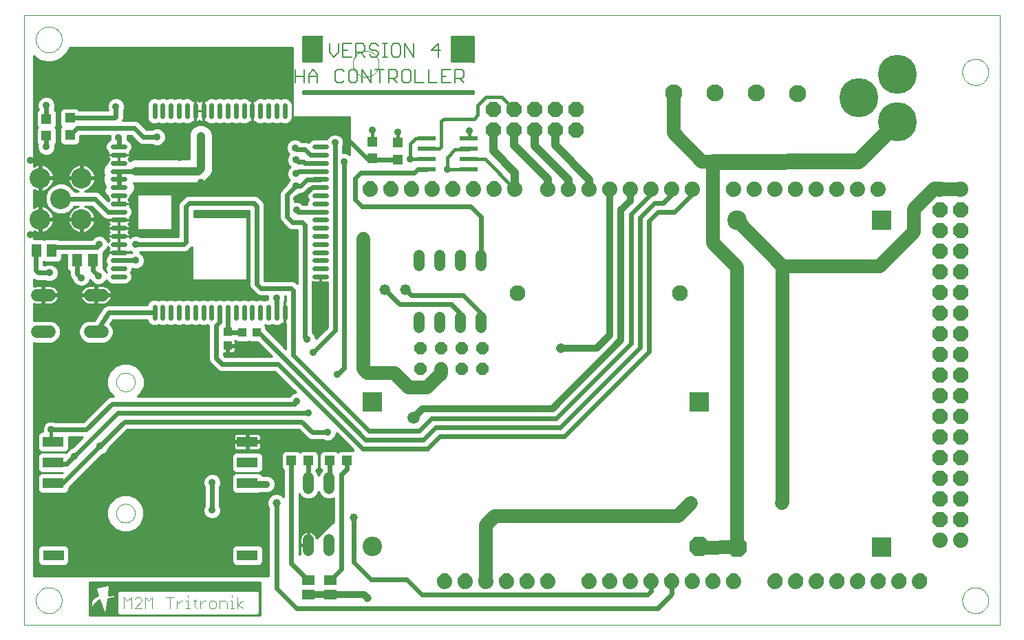
<source format=gtl>
G75*
%MOIN*%
%OFA0B0*%
%FSLAX24Y24*%
%IPPOS*%
%LPD*%
%AMOC8*
5,1,8,0,0,1.08239X$1,22.5*
%
%ADD10C,0.0000*%
%ADD11C,0.0040*%
%ADD12C,0.0060*%
%ADD13R,0.0945X0.0945*%
%ADD14OC8,0.0945*%
%ADD15C,0.0945*%
%ADD16C,0.0236*%
%ADD17R,0.0394X0.0433*%
%ADD18R,0.0433X0.0394*%
%ADD19C,0.1000*%
%ADD20R,0.0512X0.0630*%
%ADD21C,0.0600*%
%ADD22C,0.0520*%
%ADD23C,0.0768*%
%ADD24C,0.0520*%
%ADD25OC8,0.0600*%
%ADD26C,0.0740*%
%ADD27OC8,0.0740*%
%ADD28R,0.0472X0.0472*%
%ADD29C,0.1890*%
%ADD30R,0.0866X0.0236*%
%ADD31R,0.1000X0.0500*%
%ADD32R,0.0591X0.0512*%
%ADD33C,0.0827*%
%ADD34OC8,0.0700*%
%ADD35C,0.0357*%
%ADD36C,0.0240*%
%ADD37C,0.0100*%
%ADD38C,0.0160*%
%ADD39C,0.0396*%
%ADD40C,0.0400*%
%ADD41C,0.0660*%
%ADD42C,0.0320*%
%ADD43C,0.0591*%
%ADD44C,0.0475*%
%ADD45C,0.0760*%
D10*
X004674Y050244D02*
X004674Y079771D01*
X051910Y079775D01*
X051918Y050244D01*
X004674Y050244D01*
X005225Y051425D02*
X005227Y051475D01*
X005233Y051525D01*
X005243Y051574D01*
X005257Y051622D01*
X005274Y051669D01*
X005295Y051714D01*
X005320Y051758D01*
X005348Y051799D01*
X005380Y051838D01*
X005414Y051875D01*
X005451Y051909D01*
X005491Y051939D01*
X005533Y051966D01*
X005577Y051990D01*
X005623Y052011D01*
X005670Y052027D01*
X005718Y052040D01*
X005768Y052049D01*
X005817Y052054D01*
X005868Y052055D01*
X005918Y052052D01*
X005967Y052045D01*
X006016Y052034D01*
X006064Y052019D01*
X006110Y052001D01*
X006155Y051979D01*
X006198Y051953D01*
X006239Y051924D01*
X006278Y051892D01*
X006314Y051857D01*
X006346Y051819D01*
X006376Y051779D01*
X006403Y051736D01*
X006426Y051692D01*
X006445Y051646D01*
X006461Y051598D01*
X006473Y051549D01*
X006481Y051500D01*
X006485Y051450D01*
X006485Y051400D01*
X006481Y051350D01*
X006473Y051301D01*
X006461Y051252D01*
X006445Y051204D01*
X006426Y051158D01*
X006403Y051114D01*
X006376Y051071D01*
X006346Y051031D01*
X006314Y050993D01*
X006278Y050958D01*
X006239Y050926D01*
X006198Y050897D01*
X006155Y050871D01*
X006110Y050849D01*
X006064Y050831D01*
X006016Y050816D01*
X005967Y050805D01*
X005918Y050798D01*
X005868Y050795D01*
X005817Y050796D01*
X005768Y050801D01*
X005718Y050810D01*
X005670Y050823D01*
X005623Y050839D01*
X005577Y050860D01*
X005533Y050884D01*
X005491Y050911D01*
X005451Y050941D01*
X005414Y050975D01*
X005380Y051012D01*
X005348Y051051D01*
X005320Y051092D01*
X005295Y051136D01*
X005274Y051181D01*
X005257Y051228D01*
X005243Y051276D01*
X005233Y051325D01*
X005227Y051375D01*
X005225Y051425D01*
X009117Y055644D02*
X009119Y055686D01*
X009125Y055728D01*
X009135Y055770D01*
X009148Y055810D01*
X009166Y055849D01*
X009187Y055886D01*
X009211Y055920D01*
X009239Y055953D01*
X009269Y055983D01*
X009302Y056009D01*
X009337Y056033D01*
X009375Y056053D01*
X009414Y056069D01*
X009454Y056082D01*
X009496Y056091D01*
X009538Y056096D01*
X009581Y056097D01*
X009623Y056094D01*
X009665Y056087D01*
X009706Y056076D01*
X009746Y056061D01*
X009784Y056043D01*
X009821Y056021D01*
X009855Y055996D01*
X009887Y055968D01*
X009915Y055937D01*
X009941Y055903D01*
X009964Y055867D01*
X009983Y055830D01*
X009999Y055790D01*
X010011Y055749D01*
X010019Y055708D01*
X010023Y055665D01*
X010023Y055623D01*
X010019Y055580D01*
X010011Y055539D01*
X009999Y055498D01*
X009983Y055458D01*
X009964Y055421D01*
X009941Y055385D01*
X009915Y055351D01*
X009887Y055320D01*
X009855Y055292D01*
X009821Y055267D01*
X009784Y055245D01*
X009746Y055227D01*
X009706Y055212D01*
X009665Y055201D01*
X009623Y055194D01*
X009581Y055191D01*
X009538Y055192D01*
X009496Y055197D01*
X009454Y055206D01*
X009414Y055219D01*
X009375Y055235D01*
X009337Y055255D01*
X009302Y055279D01*
X009269Y055305D01*
X009239Y055335D01*
X009211Y055368D01*
X009187Y055402D01*
X009166Y055439D01*
X009148Y055478D01*
X009135Y055518D01*
X009125Y055560D01*
X009119Y055602D01*
X009117Y055644D01*
X009121Y062002D02*
X009123Y062044D01*
X009129Y062086D01*
X009139Y062128D01*
X009152Y062168D01*
X009170Y062207D01*
X009191Y062244D01*
X009215Y062278D01*
X009243Y062311D01*
X009273Y062341D01*
X009306Y062367D01*
X009341Y062391D01*
X009379Y062411D01*
X009418Y062427D01*
X009458Y062440D01*
X009500Y062449D01*
X009542Y062454D01*
X009585Y062455D01*
X009627Y062452D01*
X009669Y062445D01*
X009710Y062434D01*
X009750Y062419D01*
X009788Y062401D01*
X009825Y062379D01*
X009859Y062354D01*
X009891Y062326D01*
X009919Y062295D01*
X009945Y062261D01*
X009968Y062225D01*
X009987Y062188D01*
X010003Y062148D01*
X010015Y062107D01*
X010023Y062066D01*
X010027Y062023D01*
X010027Y061981D01*
X010023Y061938D01*
X010015Y061897D01*
X010003Y061856D01*
X009987Y061816D01*
X009968Y061779D01*
X009945Y061743D01*
X009919Y061709D01*
X009891Y061678D01*
X009859Y061650D01*
X009825Y061625D01*
X009788Y061603D01*
X009750Y061585D01*
X009710Y061570D01*
X009669Y061559D01*
X009627Y061552D01*
X009585Y061549D01*
X009542Y061550D01*
X009500Y061555D01*
X009458Y061564D01*
X009418Y061577D01*
X009379Y061593D01*
X009341Y061613D01*
X009306Y061637D01*
X009273Y061663D01*
X009243Y061693D01*
X009215Y061726D01*
X009191Y061760D01*
X009170Y061797D01*
X009152Y061836D01*
X009139Y061876D01*
X009129Y061918D01*
X009123Y061960D01*
X009121Y062002D01*
X005225Y078590D02*
X005227Y078640D01*
X005233Y078690D01*
X005243Y078739D01*
X005257Y078787D01*
X005274Y078834D01*
X005295Y078879D01*
X005320Y078923D01*
X005348Y078964D01*
X005380Y079003D01*
X005414Y079040D01*
X005451Y079074D01*
X005491Y079104D01*
X005533Y079131D01*
X005577Y079155D01*
X005623Y079176D01*
X005670Y079192D01*
X005718Y079205D01*
X005768Y079214D01*
X005817Y079219D01*
X005868Y079220D01*
X005918Y079217D01*
X005967Y079210D01*
X006016Y079199D01*
X006064Y079184D01*
X006110Y079166D01*
X006155Y079144D01*
X006198Y079118D01*
X006239Y079089D01*
X006278Y079057D01*
X006314Y079022D01*
X006346Y078984D01*
X006376Y078944D01*
X006403Y078901D01*
X006426Y078857D01*
X006445Y078811D01*
X006461Y078763D01*
X006473Y078714D01*
X006481Y078665D01*
X006485Y078615D01*
X006485Y078565D01*
X006481Y078515D01*
X006473Y078466D01*
X006461Y078417D01*
X006445Y078369D01*
X006426Y078323D01*
X006403Y078279D01*
X006376Y078236D01*
X006346Y078196D01*
X006314Y078158D01*
X006278Y078123D01*
X006239Y078091D01*
X006198Y078062D01*
X006155Y078036D01*
X006110Y078014D01*
X006064Y077996D01*
X006016Y077981D01*
X005967Y077970D01*
X005918Y077963D01*
X005868Y077960D01*
X005817Y077961D01*
X005768Y077966D01*
X005718Y077975D01*
X005670Y077988D01*
X005623Y078004D01*
X005577Y078025D01*
X005533Y078049D01*
X005491Y078076D01*
X005451Y078106D01*
X005414Y078140D01*
X005380Y078177D01*
X005348Y078216D01*
X005320Y078257D01*
X005295Y078301D01*
X005274Y078346D01*
X005257Y078393D01*
X005243Y078441D01*
X005233Y078490D01*
X005227Y078540D01*
X005225Y078590D01*
X020579Y077409D02*
X020581Y077459D01*
X020587Y077509D01*
X020597Y077558D01*
X020611Y077606D01*
X020628Y077653D01*
X020649Y077698D01*
X020674Y077742D01*
X020702Y077783D01*
X020734Y077822D01*
X020768Y077859D01*
X020805Y077893D01*
X020845Y077923D01*
X020887Y077950D01*
X020931Y077974D01*
X020977Y077995D01*
X021024Y078011D01*
X021072Y078024D01*
X021122Y078033D01*
X021171Y078038D01*
X021222Y078039D01*
X021272Y078036D01*
X021321Y078029D01*
X021370Y078018D01*
X021418Y078003D01*
X021464Y077985D01*
X021509Y077963D01*
X021552Y077937D01*
X021593Y077908D01*
X021632Y077876D01*
X021668Y077841D01*
X021700Y077803D01*
X021730Y077763D01*
X021757Y077720D01*
X021780Y077676D01*
X021799Y077630D01*
X021815Y077582D01*
X021827Y077533D01*
X021835Y077484D01*
X021839Y077434D01*
X021839Y077384D01*
X021835Y077334D01*
X021827Y077285D01*
X021815Y077236D01*
X021799Y077188D01*
X021780Y077142D01*
X021757Y077098D01*
X021730Y077055D01*
X021700Y077015D01*
X021668Y076977D01*
X021632Y076942D01*
X021593Y076910D01*
X021552Y076881D01*
X021509Y076855D01*
X021464Y076833D01*
X021418Y076815D01*
X021370Y076800D01*
X021321Y076789D01*
X021272Y076782D01*
X021222Y076779D01*
X021171Y076780D01*
X021122Y076785D01*
X021072Y076794D01*
X021024Y076807D01*
X020977Y076823D01*
X020931Y076844D01*
X020887Y076868D01*
X020845Y076895D01*
X020805Y076925D01*
X020768Y076959D01*
X020734Y076996D01*
X020702Y077035D01*
X020674Y077076D01*
X020649Y077120D01*
X020628Y077165D01*
X020611Y077212D01*
X020597Y077260D01*
X020587Y077309D01*
X020581Y077359D01*
X020579Y077409D01*
X050107Y077015D02*
X050109Y077065D01*
X050115Y077115D01*
X050125Y077164D01*
X050139Y077212D01*
X050156Y077259D01*
X050177Y077304D01*
X050202Y077348D01*
X050230Y077389D01*
X050262Y077428D01*
X050296Y077465D01*
X050333Y077499D01*
X050373Y077529D01*
X050415Y077556D01*
X050459Y077580D01*
X050505Y077601D01*
X050552Y077617D01*
X050600Y077630D01*
X050650Y077639D01*
X050699Y077644D01*
X050750Y077645D01*
X050800Y077642D01*
X050849Y077635D01*
X050898Y077624D01*
X050946Y077609D01*
X050992Y077591D01*
X051037Y077569D01*
X051080Y077543D01*
X051121Y077514D01*
X051160Y077482D01*
X051196Y077447D01*
X051228Y077409D01*
X051258Y077369D01*
X051285Y077326D01*
X051308Y077282D01*
X051327Y077236D01*
X051343Y077188D01*
X051355Y077139D01*
X051363Y077090D01*
X051367Y077040D01*
X051367Y076990D01*
X051363Y076940D01*
X051355Y076891D01*
X051343Y076842D01*
X051327Y076794D01*
X051308Y076748D01*
X051285Y076704D01*
X051258Y076661D01*
X051228Y076621D01*
X051196Y076583D01*
X051160Y076548D01*
X051121Y076516D01*
X051080Y076487D01*
X051037Y076461D01*
X050992Y076439D01*
X050946Y076421D01*
X050898Y076406D01*
X050849Y076395D01*
X050800Y076388D01*
X050750Y076385D01*
X050699Y076386D01*
X050650Y076391D01*
X050600Y076400D01*
X050552Y076413D01*
X050505Y076429D01*
X050459Y076450D01*
X050415Y076474D01*
X050373Y076501D01*
X050333Y076531D01*
X050296Y076565D01*
X050262Y076602D01*
X050230Y076641D01*
X050202Y076682D01*
X050177Y076726D01*
X050156Y076771D01*
X050139Y076818D01*
X050125Y076866D01*
X050115Y076915D01*
X050109Y076965D01*
X050107Y077015D01*
X050107Y051425D02*
X050109Y051475D01*
X050115Y051525D01*
X050125Y051574D01*
X050139Y051622D01*
X050156Y051669D01*
X050177Y051714D01*
X050202Y051758D01*
X050230Y051799D01*
X050262Y051838D01*
X050296Y051875D01*
X050333Y051909D01*
X050373Y051939D01*
X050415Y051966D01*
X050459Y051990D01*
X050505Y052011D01*
X050552Y052027D01*
X050600Y052040D01*
X050650Y052049D01*
X050699Y052054D01*
X050750Y052055D01*
X050800Y052052D01*
X050849Y052045D01*
X050898Y052034D01*
X050946Y052019D01*
X050992Y052001D01*
X051037Y051979D01*
X051080Y051953D01*
X051121Y051924D01*
X051160Y051892D01*
X051196Y051857D01*
X051228Y051819D01*
X051258Y051779D01*
X051285Y051736D01*
X051308Y051692D01*
X051327Y051646D01*
X051343Y051598D01*
X051355Y051549D01*
X051363Y051500D01*
X051367Y051450D01*
X051367Y051400D01*
X051363Y051350D01*
X051355Y051301D01*
X051343Y051252D01*
X051327Y051204D01*
X051308Y051158D01*
X051285Y051114D01*
X051258Y051071D01*
X051228Y051031D01*
X051196Y050993D01*
X051160Y050958D01*
X051121Y050926D01*
X051080Y050897D01*
X051037Y050871D01*
X050992Y050849D01*
X050946Y050831D01*
X050898Y050816D01*
X050849Y050805D01*
X050800Y050798D01*
X050750Y050795D01*
X050699Y050796D01*
X050650Y050801D01*
X050600Y050810D01*
X050552Y050823D01*
X050505Y050839D01*
X050459Y050860D01*
X050415Y050884D01*
X050373Y050911D01*
X050333Y050941D01*
X050296Y050975D01*
X050262Y051012D01*
X050230Y051051D01*
X050202Y051092D01*
X050177Y051136D01*
X050156Y051181D01*
X050139Y051228D01*
X050125Y051276D01*
X050115Y051325D01*
X050109Y051375D01*
X050107Y051425D01*
D11*
X015257Y051398D02*
X014997Y051225D01*
X015257Y051051D01*
X014997Y051051D02*
X014997Y051572D01*
X014740Y051572D02*
X014740Y051658D01*
X014740Y051398D02*
X014740Y051051D01*
X014653Y051051D02*
X014827Y051051D01*
X014485Y051051D02*
X014485Y051311D01*
X014398Y051398D01*
X014138Y051398D01*
X014138Y051051D01*
X013969Y051138D02*
X013969Y051311D01*
X013882Y051398D01*
X013709Y051398D01*
X013622Y051311D01*
X013622Y051138D01*
X013709Y051051D01*
X013882Y051051D01*
X013969Y051138D01*
X013453Y051398D02*
X013366Y051398D01*
X013192Y051225D01*
X013192Y051398D02*
X013192Y051051D01*
X013022Y051051D02*
X012935Y051138D01*
X012935Y051485D01*
X012849Y051398D02*
X013022Y051398D01*
X012592Y051398D02*
X012592Y051051D01*
X012678Y051051D02*
X012505Y051051D01*
X012505Y051398D02*
X012592Y051398D01*
X012592Y051572D02*
X012592Y051658D01*
X012335Y051398D02*
X012249Y051398D01*
X012075Y051225D01*
X012075Y051398D02*
X012075Y051051D01*
X011733Y051051D02*
X011733Y051572D01*
X011560Y051572D02*
X011907Y051572D01*
X010875Y051572D02*
X010875Y051051D01*
X010528Y051051D02*
X010528Y051572D01*
X010702Y051398D01*
X010875Y051572D01*
X010360Y051485D02*
X010273Y051572D01*
X010099Y051572D01*
X010013Y051485D01*
X009844Y051572D02*
X009844Y051051D01*
X010013Y051051D02*
X010360Y051398D01*
X010360Y051485D01*
X010360Y051051D02*
X010013Y051051D01*
X009670Y051398D02*
X009844Y051572D01*
X009670Y051398D02*
X009497Y051572D01*
X009497Y051051D01*
X014653Y051398D02*
X014740Y051398D01*
D12*
X017801Y076491D02*
X017801Y077132D01*
X017801Y076811D02*
X018228Y076811D01*
X018446Y076811D02*
X018873Y076811D01*
X018873Y076918D02*
X018873Y076491D01*
X018873Y076918D02*
X018659Y077132D01*
X018446Y076918D01*
X018446Y076491D01*
X018228Y076491D02*
X018228Y077132D01*
X019452Y077964D02*
X019452Y078391D01*
X019452Y077964D02*
X019666Y077751D01*
X019879Y077964D01*
X019879Y078391D01*
X020097Y078391D02*
X020097Y077751D01*
X020524Y077751D01*
X020741Y077751D02*
X020741Y078391D01*
X021062Y078391D01*
X021169Y078285D01*
X021169Y078071D01*
X021062Y077964D01*
X020741Y077964D01*
X020955Y077964D02*
X021169Y077751D01*
X021386Y077858D02*
X021493Y077751D01*
X021706Y077751D01*
X021813Y077858D01*
X021813Y077964D01*
X021706Y078071D01*
X021493Y078071D01*
X021386Y078178D01*
X021386Y078285D01*
X021493Y078391D01*
X021706Y078391D01*
X021813Y078285D01*
X022031Y078391D02*
X022244Y078391D01*
X022137Y078391D02*
X022137Y077751D01*
X022031Y077751D02*
X022244Y077751D01*
X022460Y077858D02*
X022567Y077751D01*
X022781Y077751D01*
X022887Y077858D01*
X022887Y078285D01*
X022781Y078391D01*
X022567Y078391D01*
X022460Y078285D01*
X022460Y077858D01*
X022313Y077132D02*
X022633Y077132D01*
X022740Y077025D01*
X022740Y076811D01*
X022633Y076705D01*
X022313Y076705D01*
X022526Y076705D02*
X022740Y076491D01*
X022957Y076598D02*
X023064Y076491D01*
X023278Y076491D01*
X023384Y076598D01*
X023384Y077025D01*
X023278Y077132D01*
X023064Y077132D01*
X022957Y077025D01*
X022957Y076598D01*
X022313Y076491D02*
X022313Y077132D01*
X022095Y077132D02*
X021668Y077132D01*
X021882Y077132D02*
X021882Y076491D01*
X021451Y076491D02*
X021451Y077132D01*
X021024Y077132D02*
X021451Y076491D01*
X021024Y076491D02*
X021024Y077132D01*
X020806Y077025D02*
X020700Y077132D01*
X020486Y077132D01*
X020379Y077025D01*
X020379Y076598D01*
X020486Y076491D01*
X020700Y076491D01*
X020806Y076598D01*
X020806Y077025D01*
X020162Y077025D02*
X020055Y077132D01*
X019841Y077132D01*
X019735Y077025D01*
X019735Y076598D01*
X019841Y076491D01*
X020055Y076491D01*
X020162Y076598D01*
X020097Y078071D02*
X020310Y078071D01*
X020524Y078391D02*
X020097Y078391D01*
X023105Y078391D02*
X023532Y077751D01*
X023532Y078391D01*
X023105Y078391D02*
X023105Y077751D01*
X023602Y077132D02*
X023602Y076491D01*
X024029Y076491D01*
X024247Y076491D02*
X024674Y076491D01*
X024891Y076491D02*
X025318Y076491D01*
X025536Y076491D02*
X025536Y077132D01*
X025856Y077132D01*
X025963Y077025D01*
X025963Y076811D01*
X025856Y076705D01*
X025536Y076705D01*
X025749Y076705D02*
X025963Y076491D01*
X025318Y077132D02*
X024891Y077132D01*
X024891Y076491D01*
X024891Y076811D02*
X025105Y076811D01*
X024247Y076491D02*
X024247Y077132D01*
X024714Y077751D02*
X024714Y078391D01*
X024394Y078071D01*
X024821Y078071D01*
D13*
X021524Y061031D03*
X037351Y061031D03*
X046190Y054000D03*
X046190Y069826D03*
D14*
X039182Y054000D03*
X037351Y054023D03*
D15*
X039182Y069826D03*
X021524Y054023D03*
D16*
X017280Y065095D02*
X017280Y065645D01*
X016886Y065645D02*
X016886Y065095D01*
X016493Y065095D02*
X016493Y065645D01*
X016099Y065645D02*
X016099Y065095D01*
X015705Y065095D02*
X015705Y065645D01*
X015312Y065645D02*
X015312Y065095D01*
X014918Y065095D02*
X014918Y065645D01*
X014524Y065645D02*
X014524Y065095D01*
X014131Y065095D02*
X014131Y065645D01*
X013737Y065645D02*
X013737Y065095D01*
X013343Y065095D02*
X013343Y065645D01*
X012949Y065645D02*
X012949Y065095D01*
X012556Y065095D02*
X012556Y065645D01*
X012162Y065645D02*
X012162Y065095D01*
X011768Y065095D02*
X011768Y065645D01*
X011375Y065645D02*
X011375Y065095D01*
X010981Y065095D02*
X010981Y065645D01*
X009524Y067102D02*
X008974Y067102D01*
X008974Y067496D02*
X009524Y067496D01*
X009524Y067889D02*
X008974Y067889D01*
X008974Y068283D02*
X009524Y068283D01*
X009524Y068677D02*
X008974Y068677D01*
X008974Y069071D02*
X009524Y069071D01*
X009524Y069464D02*
X008974Y069464D01*
X008974Y069858D02*
X009524Y069858D01*
X009524Y070252D02*
X008974Y070252D01*
X008974Y070645D02*
X009524Y070645D01*
X009524Y071039D02*
X008974Y071039D01*
X008974Y071433D02*
X009524Y071433D01*
X009524Y071826D02*
X008974Y071826D01*
X008974Y072220D02*
X009524Y072220D01*
X009524Y072614D02*
X008974Y072614D01*
X008974Y073008D02*
X009524Y073008D01*
X009524Y073401D02*
X008974Y073401D01*
X010981Y074859D02*
X010981Y075409D01*
X011375Y075409D02*
X011375Y074859D01*
X011768Y074859D02*
X011768Y075409D01*
X012162Y075409D02*
X012162Y074859D01*
X012556Y074859D02*
X012556Y075409D01*
X012949Y075409D02*
X012949Y074859D01*
X013343Y074859D02*
X013343Y075409D01*
X013737Y075409D02*
X013737Y074859D01*
X014131Y074859D02*
X014131Y075409D01*
X014524Y075409D02*
X014524Y074859D01*
X014918Y074859D02*
X014918Y075409D01*
X015312Y075409D02*
X015312Y074859D01*
X015705Y074859D02*
X015705Y075409D01*
X016099Y075409D02*
X016099Y074859D01*
X016493Y074859D02*
X016493Y075409D01*
X016886Y075409D02*
X016886Y074859D01*
X017280Y074859D02*
X017280Y075409D01*
X018737Y073401D02*
X019287Y073401D01*
X019287Y073008D02*
X018737Y073008D01*
X018737Y072614D02*
X019287Y072614D01*
X019287Y072220D02*
X018737Y072220D01*
X018737Y071826D02*
X019287Y071826D01*
X019287Y071433D02*
X018737Y071433D01*
X018737Y071039D02*
X019287Y071039D01*
X019287Y070645D02*
X018737Y070645D01*
X018737Y070252D02*
X019287Y070252D01*
X019287Y069858D02*
X018737Y069858D01*
X018737Y069464D02*
X019287Y069464D01*
X019287Y069071D02*
X018737Y069071D01*
X018737Y068677D02*
X019287Y068677D01*
X019287Y068283D02*
X018737Y068283D01*
X018737Y067889D02*
X019287Y067889D01*
X019287Y067496D02*
X018737Y067496D01*
X018737Y067102D02*
X019287Y067102D01*
D17*
X015910Y064417D03*
X015241Y064417D03*
D18*
X014520Y064425D03*
X014520Y063756D03*
D19*
X007438Y069885D03*
X006438Y070885D03*
X005438Y069885D03*
X005438Y071885D03*
X007438Y071885D03*
D20*
X005997Y068374D03*
X005249Y068374D03*
X007237Y067905D03*
X007985Y067905D03*
D21*
X007843Y066216D02*
X008443Y066216D01*
X008443Y064436D02*
X007843Y064436D01*
X005883Y064436D02*
X005283Y064436D01*
X005283Y066216D02*
X005883Y066216D01*
D22*
X018426Y057358D02*
X018426Y056838D01*
X019426Y056838D02*
X019426Y057358D01*
X019426Y054358D02*
X019426Y053838D01*
X018426Y053838D02*
X018426Y054358D01*
X023792Y064633D02*
X023792Y065153D01*
X024792Y065153D02*
X024792Y064633D01*
X025792Y064633D02*
X025792Y065153D01*
X026792Y065153D02*
X026792Y064633D01*
X026792Y067633D02*
X026792Y068153D01*
X025792Y068153D02*
X025792Y067633D01*
X024792Y067633D02*
X024792Y068153D01*
X023792Y068153D02*
X023792Y067633D01*
D23*
X028560Y066299D03*
X036434Y066299D03*
D24*
X023131Y066480D03*
X022131Y066480D03*
D25*
X023843Y063630D03*
X023843Y062630D03*
X024843Y062630D03*
X024843Y063630D03*
X025843Y063630D03*
X026843Y063630D03*
X026843Y062630D03*
X025843Y062630D03*
X049036Y062354D03*
X049036Y061354D03*
X049036Y060354D03*
X049036Y059354D03*
X049036Y058354D03*
X049036Y057354D03*
X049036Y056354D03*
X049036Y055354D03*
X049036Y054354D03*
X050036Y054354D03*
X050036Y055354D03*
X050036Y056354D03*
X050036Y057354D03*
X050036Y058354D03*
X050036Y059354D03*
X050036Y060354D03*
X050036Y061354D03*
X050036Y062354D03*
X050036Y063354D03*
X050036Y064354D03*
X050036Y065354D03*
X050036Y066354D03*
X050036Y067354D03*
X049036Y067354D03*
X049036Y066354D03*
X049036Y065354D03*
X049036Y064354D03*
X049036Y063354D03*
X049036Y068354D03*
X049036Y069354D03*
X049036Y070354D03*
X049036Y071354D03*
X050036Y071354D03*
X050036Y070354D03*
X050036Y069354D03*
X050036Y068354D03*
D26*
X050032Y071354D03*
X049032Y071354D03*
X046032Y071354D03*
X045032Y071354D03*
X044032Y071354D03*
X043032Y071354D03*
X042032Y071354D03*
X041032Y071354D03*
X040032Y071354D03*
X039032Y071354D03*
X037032Y071354D03*
X036032Y071354D03*
X035032Y071354D03*
X034032Y071354D03*
X033032Y071354D03*
X032032Y071354D03*
X031032Y071354D03*
X030032Y071354D03*
X028432Y071354D03*
X027432Y071354D03*
X026432Y071354D03*
X025432Y071354D03*
X024432Y071354D03*
X023432Y071354D03*
X022432Y071354D03*
X021432Y071354D03*
X025032Y052354D03*
X026032Y052354D03*
X027032Y052354D03*
X028032Y052354D03*
X029032Y052354D03*
X030032Y052354D03*
X032032Y052354D03*
X033032Y052354D03*
X034032Y052354D03*
X035032Y052354D03*
X036032Y052354D03*
X037032Y052354D03*
X038032Y052354D03*
X039032Y052354D03*
X041032Y052354D03*
X042032Y052354D03*
X043032Y052354D03*
X044032Y052354D03*
X045032Y052354D03*
X046032Y052354D03*
X047032Y052354D03*
X048032Y052354D03*
X049032Y054354D03*
X050032Y054354D03*
D27*
X050032Y055354D03*
X050032Y056354D03*
X050032Y057354D03*
X050032Y058354D03*
X049032Y058354D03*
X049032Y057354D03*
X049032Y056354D03*
X049032Y055354D03*
X049032Y059354D03*
X049032Y060354D03*
X049032Y061354D03*
X049032Y062354D03*
X049032Y063354D03*
X049032Y064354D03*
X049032Y065354D03*
X049032Y066354D03*
X049032Y067354D03*
X049032Y068354D03*
X049032Y069354D03*
X049032Y070354D03*
X050032Y070354D03*
X050032Y069354D03*
X050032Y068354D03*
X050032Y067354D03*
X050032Y066354D03*
X050032Y065354D03*
X050032Y064354D03*
X050032Y063354D03*
X050032Y062354D03*
X050032Y061354D03*
X050032Y060354D03*
X050032Y059354D03*
X031398Y074193D03*
X031398Y075193D03*
X030398Y075193D03*
X030398Y074193D03*
X029398Y074193D03*
X029398Y075193D03*
X028398Y075193D03*
X028398Y074193D03*
X027398Y074193D03*
X027398Y075193D03*
D28*
X022745Y073610D03*
X022745Y072783D03*
X021524Y072823D03*
X021524Y073649D03*
X020284Y058197D03*
X019457Y058197D03*
X018434Y058197D03*
X017607Y058197D03*
X006879Y073964D03*
X006879Y074791D03*
X005737Y074752D03*
X005737Y073925D03*
D29*
X045095Y075771D03*
X046945Y076913D03*
X046945Y074590D03*
D30*
X026209Y073789D03*
X026209Y073289D03*
X026209Y072789D03*
X026209Y072289D03*
X024162Y072289D03*
X024162Y072789D03*
X024162Y073289D03*
X024162Y073789D03*
D31*
X015468Y059108D03*
X015468Y058108D03*
X015468Y057108D03*
X015475Y053616D03*
X006078Y053616D03*
X006070Y057108D03*
X006070Y058108D03*
X006070Y059108D03*
D32*
X018414Y052389D03*
X018414Y051720D03*
X019477Y051720D03*
X019477Y052389D03*
D33*
X036119Y075992D03*
X038119Y075992D03*
X040127Y075992D03*
X042123Y075980D03*
D34*
X042032Y071354D03*
X041032Y071354D03*
X040032Y071354D03*
X039032Y071354D03*
X037032Y071354D03*
X036032Y071354D03*
X035032Y071354D03*
X034032Y071354D03*
X033032Y071354D03*
X032032Y071354D03*
X031032Y071354D03*
X030032Y071354D03*
X028430Y071358D03*
X027430Y071358D03*
X026430Y071358D03*
X025430Y071358D03*
X024430Y071358D03*
X023430Y071358D03*
X022430Y071358D03*
X021430Y071358D03*
X025032Y052358D03*
X026032Y052358D03*
X027032Y052358D03*
X028032Y052358D03*
X029032Y052358D03*
X030032Y052358D03*
X032032Y052358D03*
X033032Y052358D03*
X034032Y052358D03*
X035032Y052358D03*
X036032Y052358D03*
X037032Y052358D03*
X038032Y052358D03*
X039032Y052358D03*
X041044Y052366D03*
X042044Y052366D03*
X043044Y052366D03*
X044044Y052366D03*
X045044Y052366D03*
X046044Y052366D03*
X047044Y052366D03*
X048044Y052366D03*
X046032Y071354D03*
X045032Y071354D03*
X044032Y071354D03*
X043032Y071354D03*
D35*
X026229Y074181D03*
X025146Y072291D03*
X023375Y072803D03*
X022745Y074102D03*
X021524Y074220D03*
X020162Y072669D03*
X019713Y073590D03*
X019162Y074378D03*
X017784Y074704D03*
X017784Y073354D03*
X017823Y072763D03*
X017823Y072094D03*
X017823Y071504D03*
X017863Y070874D03*
X017863Y070323D03*
X017705Y069220D03*
X017705Y068039D03*
X017705Y067055D03*
X016524Y067055D03*
X016879Y066071D03*
X016540Y064598D03*
X017194Y063952D03*
X016292Y063389D03*
X016194Y062366D03*
X015634Y061460D03*
X014816Y062366D03*
X014394Y061452D03*
X013646Y062429D03*
X012268Y062823D03*
X011087Y062823D03*
X010221Y063334D03*
X010103Y064200D03*
X011087Y064594D03*
X012268Y064594D03*
X013449Y064594D03*
X015024Y063807D03*
X017020Y061657D03*
X017863Y061071D03*
X018414Y060519D03*
X019359Y059574D03*
X019831Y062370D03*
X018650Y063433D03*
X018375Y064063D03*
X019083Y065086D03*
X019083Y065874D03*
X019083Y066661D03*
X016524Y068236D03*
X016524Y069417D03*
X015579Y071267D03*
X014201Y071267D03*
X013217Y071661D03*
X014005Y073039D03*
X014359Y074181D03*
X015540Y074181D03*
X016800Y074181D03*
X017194Y073000D03*
X017154Y071858D03*
X021091Y068945D03*
X013253Y059476D03*
X013253Y058295D03*
X013056Y057114D03*
X013768Y057134D03*
X013768Y055795D03*
X014709Y055815D03*
X016406Y057055D03*
X012111Y055815D03*
X011678Y057114D03*
X011678Y058295D03*
X011481Y059476D03*
X009906Y059476D03*
X008335Y058905D03*
X008134Y057901D03*
X007347Y057114D03*
X007938Y056130D03*
X006560Y056326D03*
X005379Y056326D03*
X007091Y058405D03*
X005973Y059693D03*
X006363Y060263D03*
X007347Y060263D03*
X008134Y061051D03*
X008331Y062035D03*
X008725Y062823D03*
X008772Y063799D03*
X007741Y063610D03*
X006560Y063610D03*
X005379Y063610D03*
X005379Y060263D03*
X005894Y067291D03*
X007430Y067055D03*
X008257Y067134D03*
X008296Y068669D03*
X008178Y069338D03*
X008571Y069653D03*
X007548Y069102D03*
X006800Y069141D03*
X006170Y069141D03*
X005540Y069141D03*
X004949Y069141D03*
X004949Y072724D03*
X005658Y072724D03*
X005737Y073393D03*
X006406Y072724D03*
X007154Y072724D03*
X007902Y072645D03*
X008296Y072094D03*
X008493Y071425D03*
X010071Y072220D03*
X009241Y073826D03*
X009107Y075354D03*
X009398Y076622D03*
X009398Y077409D03*
X010186Y077409D03*
X010973Y077409D03*
X010973Y076622D03*
X010186Y076622D03*
X008611Y076622D03*
X008611Y077409D03*
X007823Y077409D03*
X007823Y076622D03*
X007036Y077409D03*
X005737Y075401D03*
X010068Y068669D03*
X010064Y067889D03*
X012194Y072882D03*
X012194Y073590D03*
X012194Y074181D03*
X011091Y073866D03*
X010461Y074653D03*
X011760Y077409D03*
X010890Y055815D03*
D36*
X008335Y058905D02*
X009516Y060086D01*
X018099Y060086D01*
X018611Y059574D01*
X019359Y059574D01*
X018414Y060519D02*
X009205Y060519D01*
X007091Y058405D01*
X006741Y058059D01*
X006741Y058055D01*
X005953Y058055D01*
X006070Y058108D01*
X006070Y057108D02*
X006503Y057073D01*
X008335Y058905D01*
X007666Y059693D02*
X008926Y060952D01*
X017745Y060952D01*
X017863Y061071D01*
X016957Y062882D02*
X021052Y058787D01*
X024201Y058787D01*
X024792Y059378D01*
X030816Y059378D01*
X034910Y063472D01*
X034910Y069811D01*
X035343Y070244D01*
X036170Y070244D01*
X037036Y071110D01*
X037032Y071354D01*
X036032Y071354D02*
X036036Y071094D01*
X035619Y070677D01*
X035186Y070677D01*
X034477Y069968D01*
X034477Y063669D01*
X030619Y059811D01*
X024595Y059811D01*
X024005Y059220D01*
X021209Y059220D01*
X016012Y064417D01*
X015910Y064417D01*
X015241Y064417D02*
X014516Y064417D01*
X014520Y064413D01*
X014520Y064425D01*
X014524Y065370D01*
X014131Y065370D02*
X014131Y064897D01*
X013965Y064732D01*
X013965Y063157D01*
X014241Y062882D01*
X016957Y062882D01*
X017705Y063315D02*
X021367Y059653D01*
X023808Y059653D01*
X024398Y060244D01*
X030422Y060244D01*
X034044Y063866D01*
X034044Y070126D01*
X035036Y071118D01*
X035032Y071354D01*
X026792Y070015D02*
X026792Y067893D01*
X025934Y066189D02*
X026792Y065330D01*
X026792Y064893D01*
X025792Y064893D02*
X025792Y065307D01*
X025343Y065756D01*
X022855Y065756D01*
X022131Y066480D01*
X023131Y066480D02*
X023422Y066189D01*
X025934Y066189D01*
X026792Y070015D02*
X026288Y070519D01*
X021012Y070519D01*
X020697Y070834D01*
X020697Y071858D01*
X020973Y072134D01*
X023571Y072134D01*
X023727Y072289D01*
X024162Y072289D01*
X022745Y072783D02*
X021564Y072783D01*
X021524Y072823D01*
X021268Y072823D01*
X019713Y074378D01*
X019162Y074378D01*
X019713Y073590D02*
X019713Y064496D01*
X018650Y063433D01*
X018375Y064063D02*
X018257Y064181D01*
X018257Y069614D01*
X018138Y069732D01*
X017666Y069732D01*
X017390Y070008D01*
X017390Y071071D01*
X017823Y071504D01*
X018060Y071504D01*
X018375Y071819D01*
X019005Y071819D01*
X019012Y071826D01*
X019012Y071433D02*
X018619Y071433D01*
X018060Y070874D01*
X017863Y070874D01*
X017863Y070323D02*
X017934Y070252D01*
X019012Y070252D01*
X019012Y072220D02*
X017949Y072220D01*
X017823Y072094D01*
X017918Y072669D02*
X018201Y072669D01*
X018257Y072614D01*
X019012Y072614D01*
X019012Y073008D02*
X018524Y073008D01*
X018257Y073275D01*
X017863Y073275D01*
X017784Y073354D01*
X017823Y072763D02*
X017918Y072669D01*
X015776Y070677D02*
X015934Y070519D01*
X015934Y066740D01*
X016131Y066543D01*
X017587Y066543D01*
X017705Y066425D01*
X017705Y063315D01*
X016886Y065370D02*
X016879Y065378D01*
X016879Y066071D01*
X015776Y070677D02*
X012666Y070677D01*
X012508Y070519D01*
X012508Y068787D01*
X012390Y068669D01*
X010068Y068669D01*
X010064Y067889D02*
X009249Y067889D01*
X008296Y068669D02*
X008178Y068551D01*
X006174Y068551D01*
X005997Y068374D01*
X005249Y068374D02*
X005225Y068350D01*
X005225Y067409D01*
X005343Y067291D01*
X005894Y067291D01*
X007237Y067248D02*
X007430Y067055D01*
X007237Y067248D02*
X007237Y067905D01*
X007985Y067905D02*
X007985Y067405D01*
X008257Y067134D01*
X008761Y065370D02*
X008143Y064436D01*
X008761Y065370D02*
X010981Y065370D01*
X009249Y070252D02*
X008721Y070252D01*
X008087Y070885D01*
X006438Y070885D01*
X005737Y073393D02*
X005737Y073925D01*
X005737Y074752D02*
X005737Y075401D01*
X006879Y074791D02*
X009052Y074791D01*
X009107Y074846D01*
X009107Y075354D01*
X010005Y074299D02*
X010442Y073862D01*
X011087Y073862D01*
X011091Y073866D01*
X010005Y074299D02*
X007213Y074299D01*
X006879Y073964D01*
X009241Y073826D02*
X009249Y073819D01*
X009249Y073401D01*
X009249Y072220D02*
X009249Y071826D01*
X009249Y071433D01*
X009241Y071819D02*
X009249Y071826D01*
X009249Y072220D02*
X010071Y072220D01*
X007666Y059693D02*
X005973Y059693D01*
X013768Y057134D02*
X013768Y055795D01*
X016879Y056149D02*
X016879Y052015D01*
X017863Y051031D01*
X035343Y051031D01*
X036036Y051724D01*
X036032Y052354D01*
X035032Y052354D02*
X035036Y051866D01*
X034871Y051700D01*
X023926Y051700D01*
X023178Y052448D01*
X021445Y052448D01*
X020619Y053275D01*
X020619Y055441D01*
X019426Y057098D02*
X019457Y057130D01*
X019457Y058197D01*
X020284Y058197D02*
X020284Y057783D01*
X020028Y057527D01*
X020028Y052941D01*
X019477Y052389D01*
X018414Y052389D02*
X017607Y053197D01*
X017607Y058197D01*
X018434Y058197D02*
X018434Y057106D01*
X018426Y057098D01*
X019831Y062370D02*
X020146Y062685D01*
X020146Y072653D01*
X020162Y072669D01*
D37*
X020441Y072995D02*
X020405Y073032D01*
X020247Y073097D01*
X020083Y073097D01*
X020083Y073364D01*
X020142Y073505D01*
X020142Y073675D01*
X020076Y073833D01*
X019956Y073953D01*
X019798Y074019D01*
X019628Y074019D01*
X019471Y073953D01*
X019350Y073833D01*
X019324Y073769D01*
X018664Y073769D01*
X018528Y073713D01*
X018425Y073610D01*
X018423Y073607D01*
X018330Y073645D01*
X018099Y073645D01*
X018027Y073717D01*
X017869Y073782D01*
X017699Y073782D01*
X017541Y073717D01*
X017421Y073597D01*
X017356Y073439D01*
X017356Y073269D01*
X017421Y073111D01*
X017493Y073039D01*
X017460Y073006D01*
X017395Y072849D01*
X017395Y072678D01*
X017460Y072521D01*
X017552Y072429D01*
X017460Y072337D01*
X017395Y072179D01*
X017395Y072009D01*
X017460Y071851D01*
X017513Y071799D01*
X017460Y071746D01*
X017402Y071605D01*
X017077Y071280D01*
X017020Y071144D01*
X017020Y069934D01*
X017077Y069798D01*
X017181Y069694D01*
X017352Y069522D01*
X017456Y069418D01*
X017592Y069362D01*
X017887Y069362D01*
X017887Y066767D01*
X017797Y066857D01*
X017661Y066913D01*
X016304Y066913D01*
X016304Y070593D01*
X016247Y070729D01*
X016143Y070833D01*
X015986Y070991D01*
X015850Y071047D01*
X012592Y071047D01*
X012456Y070991D01*
X012352Y070886D01*
X012195Y070729D01*
X012138Y070593D01*
X012138Y069039D01*
X010294Y069039D01*
X010153Y069097D01*
X009982Y069097D01*
X009825Y069032D01*
X009780Y068987D01*
X009782Y068992D01*
X009792Y069044D01*
X009792Y069061D01*
X009258Y069061D01*
X009258Y068686D01*
X009240Y068686D01*
X009240Y068945D01*
X009240Y069061D01*
X009258Y069061D01*
X009258Y069080D01*
X009240Y069080D01*
X009240Y069339D01*
X009240Y069455D01*
X009258Y069455D01*
X009258Y069473D01*
X009792Y069473D01*
X009792Y069491D01*
X009782Y069542D01*
X009762Y069591D01*
X009732Y069635D01*
X009707Y069661D01*
X009732Y069687D01*
X009762Y069731D01*
X009782Y069780D01*
X009792Y069832D01*
X009792Y069849D01*
X009258Y069849D01*
X009258Y069867D01*
X009792Y069867D01*
X009792Y069884D01*
X009782Y069936D01*
X009767Y069973D01*
X009836Y070043D01*
X009892Y070178D01*
X009892Y070325D01*
X009836Y070460D01*
X009767Y070530D01*
X009782Y070567D01*
X009792Y070619D01*
X009792Y070636D01*
X009258Y070636D01*
X009258Y070654D01*
X009792Y070654D01*
X009792Y070672D01*
X009782Y070724D01*
X009762Y070772D01*
X009732Y070816D01*
X009707Y070842D01*
X009732Y070868D01*
X009762Y070912D01*
X009782Y070961D01*
X009792Y071013D01*
X009792Y071015D01*
X009801Y071019D01*
X009938Y071156D01*
X010012Y071336D01*
X010012Y071530D01*
X009971Y071630D01*
X009980Y071650D01*
X013220Y071650D01*
X013430Y071737D01*
X013590Y071897D01*
X013700Y072008D01*
X013787Y072217D01*
X013787Y074019D01*
X013700Y074228D01*
X013540Y074388D01*
X013331Y074475D01*
X020426Y074475D01*
X020425Y074573D02*
X017516Y074573D01*
X017489Y074546D02*
X017592Y074649D01*
X017648Y074785D01*
X017648Y075482D01*
X017592Y075618D01*
X017489Y075721D01*
X017353Y075777D01*
X017207Y075777D01*
X017083Y075726D01*
X016960Y075777D01*
X016813Y075777D01*
X016690Y075726D01*
X016566Y075777D01*
X016420Y075777D01*
X016296Y075726D01*
X016172Y075777D01*
X016026Y075777D01*
X015891Y075721D01*
X015821Y075651D01*
X015784Y075667D01*
X015732Y075677D01*
X015714Y075677D01*
X015714Y075143D01*
X015696Y075143D01*
X015696Y075677D01*
X015679Y075677D01*
X015627Y075667D01*
X015590Y075651D01*
X015520Y075721D01*
X015385Y075777D01*
X015238Y075777D01*
X015115Y075726D01*
X014991Y075777D01*
X014845Y075777D01*
X014721Y075726D01*
X014597Y075777D01*
X014451Y075777D01*
X014327Y075726D01*
X014204Y075777D01*
X014057Y075777D01*
X013934Y075726D01*
X013810Y075777D01*
X013664Y075777D01*
X013528Y075721D01*
X013459Y075651D01*
X013421Y075667D01*
X013370Y075677D01*
X013352Y075677D01*
X013352Y075143D01*
X013334Y075143D01*
X013334Y075677D01*
X013317Y075677D01*
X013265Y075667D01*
X013216Y075647D01*
X013172Y075617D01*
X013146Y075591D01*
X013120Y075617D01*
X013076Y075647D01*
X013028Y075667D01*
X012976Y075677D01*
X012958Y075677D01*
X012958Y075143D01*
X012940Y075143D01*
X012940Y075677D01*
X012923Y075677D01*
X012871Y075667D01*
X012834Y075651D01*
X012764Y075721D01*
X012629Y075777D01*
X012483Y075777D01*
X012359Y075726D01*
X012235Y075777D01*
X012089Y075777D01*
X011965Y075726D01*
X011842Y075777D01*
X011695Y075777D01*
X011571Y075726D01*
X011448Y075777D01*
X011301Y075777D01*
X011178Y075726D01*
X011054Y075777D01*
X010908Y075777D01*
X010772Y075721D01*
X010669Y075618D01*
X010613Y075482D01*
X010613Y074785D01*
X010669Y074649D01*
X010772Y074546D01*
X010908Y074490D01*
X011054Y074490D01*
X011178Y074541D01*
X011301Y074490D01*
X011448Y074490D01*
X011571Y074541D01*
X011695Y074490D01*
X011842Y074490D01*
X011965Y074541D01*
X012089Y074490D01*
X012235Y074490D01*
X012359Y074541D01*
X012483Y074490D01*
X012629Y074490D01*
X012764Y074546D01*
X012834Y074616D01*
X012871Y074600D01*
X012923Y074590D01*
X012940Y074590D01*
X012940Y075124D01*
X012958Y075124D01*
X012958Y074590D01*
X012976Y074590D01*
X013028Y074600D01*
X013076Y074620D01*
X013120Y074650D01*
X013146Y074676D01*
X013172Y074650D01*
X013216Y074620D01*
X013265Y074600D01*
X013317Y074590D01*
X013334Y074590D01*
X013334Y075124D01*
X013352Y075124D01*
X013352Y074590D01*
X013370Y074590D01*
X013421Y074600D01*
X013459Y074616D01*
X013528Y074546D01*
X013664Y074490D01*
X013810Y074490D01*
X013934Y074541D01*
X014057Y074490D01*
X014204Y074490D01*
X014327Y074541D01*
X014451Y074490D01*
X014597Y074490D01*
X014721Y074541D01*
X014845Y074490D01*
X014991Y074490D01*
X015115Y074541D01*
X015238Y074490D01*
X015385Y074490D01*
X015520Y074546D01*
X015590Y074616D01*
X015627Y074600D01*
X015679Y074590D01*
X015696Y074590D01*
X015696Y075124D01*
X015714Y075124D01*
X015714Y074590D01*
X015732Y074590D01*
X015784Y074600D01*
X015821Y074616D01*
X015891Y074546D01*
X016026Y074490D01*
X016172Y074490D01*
X016296Y074541D01*
X016420Y074490D01*
X016566Y074490D01*
X016690Y074541D01*
X016813Y074490D01*
X016960Y074490D01*
X017083Y074541D01*
X017207Y074490D01*
X017353Y074490D01*
X017489Y074546D01*
X017601Y074672D02*
X020424Y074672D01*
X020423Y074770D02*
X017642Y074770D01*
X017666Y074850D02*
X020422Y074850D01*
X020441Y072995D01*
X020440Y072997D02*
X020441Y072997D01*
X020440Y073096D02*
X020251Y073096D01*
X020083Y073194D02*
X020439Y073194D01*
X020438Y073293D02*
X020083Y073293D01*
X020095Y073391D02*
X020437Y073391D01*
X020436Y073490D02*
X020135Y073490D01*
X020142Y073588D02*
X020435Y073588D01*
X020434Y073687D02*
X020137Y073687D01*
X020096Y073785D02*
X020433Y073785D01*
X020432Y073884D02*
X020025Y073884D01*
X019886Y073982D02*
X020431Y073982D01*
X020430Y074081D02*
X013761Y074081D01*
X013787Y073982D02*
X019540Y073982D01*
X019401Y073884D02*
X013787Y073884D01*
X013787Y073785D02*
X019330Y073785D01*
X018502Y073687D02*
X018057Y073687D01*
X017511Y073687D02*
X013787Y073687D01*
X013787Y073588D02*
X017417Y073588D01*
X017377Y073490D02*
X013787Y073490D01*
X013787Y073391D02*
X017356Y073391D01*
X017356Y073293D02*
X013787Y073293D01*
X013787Y073194D02*
X017386Y073194D01*
X017436Y073096D02*
X013787Y073096D01*
X013787Y072997D02*
X017457Y072997D01*
X017416Y072899D02*
X013787Y072899D01*
X013787Y072800D02*
X017395Y072800D01*
X017395Y072702D02*
X013787Y072702D01*
X013787Y072603D02*
X017426Y072603D01*
X017476Y072505D02*
X013787Y072505D01*
X013787Y072406D02*
X017530Y072406D01*
X017448Y072308D02*
X013787Y072308D01*
X013784Y072209D02*
X017407Y072209D01*
X017395Y072111D02*
X013743Y072111D01*
X013702Y072012D02*
X017395Y072012D01*
X017434Y071914D02*
X013607Y071914D01*
X013508Y071815D02*
X017496Y071815D01*
X017448Y071717D02*
X013381Y071717D01*
X012647Y072790D02*
X009958Y072790D01*
X009773Y072714D01*
X009762Y072741D01*
X009732Y072785D01*
X009707Y072811D01*
X009732Y072837D01*
X009762Y072881D01*
X009782Y072929D01*
X009792Y072981D01*
X009792Y072998D01*
X009258Y072998D01*
X009258Y072710D01*
X009240Y072710D01*
X009240Y072882D01*
X009240Y072998D01*
X009258Y072998D01*
X009258Y073017D01*
X009792Y073017D01*
X009792Y073034D01*
X009782Y073086D01*
X009767Y073123D01*
X009836Y073193D01*
X009892Y073328D01*
X009892Y073474D01*
X009836Y073610D01*
X009733Y073713D01*
X009669Y073740D01*
X009669Y073741D01*
X009669Y073912D01*
X009662Y073929D01*
X009851Y073929D01*
X010128Y073652D01*
X010232Y073548D01*
X010368Y073492D01*
X010874Y073492D01*
X011006Y073437D01*
X011176Y073437D01*
X011334Y073503D01*
X011454Y073623D01*
X011520Y073781D01*
X011520Y073951D01*
X011454Y074108D01*
X011334Y074229D01*
X011176Y074294D01*
X011006Y074294D01*
X010855Y074232D01*
X010595Y074232D01*
X010214Y074613D01*
X010078Y074669D01*
X009434Y074669D01*
X009477Y074773D01*
X009477Y075128D01*
X009535Y075269D01*
X009535Y075439D01*
X009470Y075597D01*
X009350Y075717D01*
X009192Y075782D01*
X009022Y075782D01*
X008864Y075717D01*
X008744Y075597D01*
X008678Y075439D01*
X008678Y075269D01*
X008723Y075161D01*
X007330Y075161D01*
X007327Y075169D01*
X007256Y075239D01*
X007165Y075277D01*
X006593Y075277D01*
X006501Y075239D01*
X006430Y075169D01*
X006392Y075077D01*
X006392Y074505D01*
X006430Y074413D01*
X006466Y074378D01*
X006430Y074342D01*
X006392Y074250D01*
X006392Y073678D01*
X006430Y073586D01*
X006501Y073516D01*
X006593Y073478D01*
X007165Y073478D01*
X007256Y073516D01*
X007327Y073586D01*
X007365Y073678D01*
X007365Y073927D01*
X007366Y073929D01*
X008819Y073929D01*
X008812Y073912D01*
X008812Y073741D01*
X008815Y073734D01*
X008765Y073713D01*
X008661Y073610D01*
X008605Y073474D01*
X008605Y073328D01*
X008661Y073193D01*
X008731Y073123D01*
X008715Y073086D01*
X008705Y073034D01*
X008705Y073017D01*
X009240Y073017D01*
X009240Y072998D01*
X008705Y072998D01*
X008705Y072981D01*
X008715Y072929D01*
X008735Y072881D01*
X008765Y072837D01*
X008791Y072811D01*
X008765Y072785D01*
X008735Y072741D01*
X008715Y072692D01*
X008705Y072640D01*
X008705Y072637D01*
X008697Y072634D01*
X008559Y072497D01*
X008485Y072317D01*
X008485Y072123D01*
X008526Y072023D01*
X008485Y071924D01*
X008485Y071729D01*
X008526Y071630D01*
X008485Y071530D01*
X008485Y071336D01*
X008559Y071156D01*
X008697Y071019D01*
X008705Y071015D01*
X008705Y071013D01*
X008715Y070961D01*
X008735Y070912D01*
X008765Y070868D01*
X008791Y070842D01*
X008765Y070816D01*
X008735Y070772D01*
X008732Y070764D01*
X008297Y071199D01*
X008161Y071255D01*
X007598Y071255D01*
X007647Y071269D01*
X007726Y071301D01*
X007800Y071344D01*
X007867Y071396D01*
X007927Y071456D01*
X007979Y071524D01*
X008022Y071597D01*
X008054Y071676D01*
X008077Y071758D01*
X008087Y071835D01*
X007488Y071835D01*
X007488Y071935D01*
X008087Y071935D01*
X008077Y072013D01*
X008054Y072095D01*
X008022Y072174D01*
X007979Y072247D01*
X007927Y072315D01*
X007867Y072375D01*
X007800Y072427D01*
X007726Y072470D01*
X007647Y072502D01*
X007565Y072524D01*
X007488Y072535D01*
X007488Y071936D01*
X007388Y071936D01*
X007388Y072535D01*
X007311Y072524D01*
X007228Y072502D01*
X007150Y072470D01*
X007076Y072427D01*
X007008Y072375D01*
X006948Y072315D01*
X006896Y072247D01*
X006853Y072174D01*
X006821Y072095D01*
X006799Y072013D01*
X006789Y071935D01*
X007388Y071935D01*
X007388Y071835D01*
X006789Y071835D01*
X006799Y071758D01*
X006821Y071676D01*
X006853Y071597D01*
X006896Y071524D01*
X006948Y071456D01*
X007008Y071396D01*
X007076Y071344D01*
X007150Y071301D01*
X007228Y071269D01*
X007277Y071255D01*
X007096Y071255D01*
X007073Y071310D01*
X006862Y071521D01*
X006587Y071635D01*
X006288Y071635D01*
X006013Y071521D01*
X005802Y071310D01*
X005688Y071035D01*
X005688Y070736D01*
X005802Y070461D01*
X006013Y070250D01*
X006288Y070135D01*
X006587Y070135D01*
X006862Y070250D01*
X007073Y070461D01*
X007096Y070515D01*
X007277Y070515D01*
X007228Y070502D01*
X007150Y070470D01*
X007076Y070427D01*
X007008Y070375D01*
X006948Y070315D01*
X006896Y070247D01*
X006853Y070174D01*
X006821Y070095D01*
X006799Y070013D01*
X006789Y069935D01*
X007388Y069935D01*
X007388Y069835D01*
X007488Y069835D01*
X007488Y069236D01*
X007565Y069247D01*
X007647Y069269D01*
X007726Y069301D01*
X007800Y069344D01*
X007867Y069396D01*
X007927Y069456D01*
X007979Y069524D01*
X008022Y069597D01*
X008054Y069676D01*
X008077Y069758D01*
X008087Y069835D01*
X007488Y069835D01*
X007488Y069935D01*
X008087Y069935D01*
X008077Y070013D01*
X008054Y070095D01*
X008022Y070174D01*
X007979Y070247D01*
X007927Y070315D01*
X007867Y070375D01*
X007800Y070427D01*
X007726Y070470D01*
X007647Y070502D01*
X007598Y070515D01*
X007934Y070515D01*
X008407Y070042D01*
X008069Y070042D01*
X008086Y069944D02*
X008506Y069944D01*
X008512Y069938D02*
X008647Y069882D01*
X008705Y069882D01*
X008705Y069867D01*
X009240Y069867D01*
X009240Y069849D01*
X009258Y069849D01*
X009258Y069473D01*
X009240Y069473D01*
X009240Y069732D01*
X009240Y069849D01*
X008705Y069849D01*
X008705Y069832D01*
X008715Y069780D01*
X008735Y069731D01*
X008765Y069687D01*
X008791Y069661D01*
X008765Y069635D01*
X008735Y069591D01*
X008715Y069542D01*
X008705Y069491D01*
X008705Y069473D01*
X009240Y069473D01*
X009240Y069455D01*
X008705Y069455D01*
X008705Y069438D01*
X008715Y069386D01*
X008735Y069337D01*
X008765Y069293D01*
X008791Y069267D01*
X008765Y069241D01*
X008735Y069198D01*
X008715Y069149D01*
X008705Y069097D01*
X008705Y069080D01*
X009240Y069080D01*
X009240Y069061D01*
X008705Y069061D01*
X008705Y069044D01*
X008715Y068992D01*
X008735Y068944D01*
X008765Y068900D01*
X008791Y068874D01*
X008765Y068848D01*
X008735Y068804D01*
X008720Y068766D01*
X008659Y068912D01*
X008539Y069032D01*
X008381Y069097D01*
X008211Y069097D01*
X008053Y069032D01*
X007942Y068921D01*
X006345Y068921D01*
X006302Y068939D01*
X005691Y068939D01*
X005623Y068910D01*
X005554Y068939D01*
X005124Y068939D01*
X005124Y069316D01*
X005150Y069301D01*
X005228Y069269D01*
X005311Y069247D01*
X005388Y069236D01*
X005388Y069835D01*
X005488Y069835D01*
X005488Y069236D01*
X005565Y069247D01*
X005647Y069269D01*
X005726Y069301D01*
X005800Y069344D01*
X005867Y069396D01*
X005927Y069456D01*
X005979Y069524D01*
X006022Y069597D01*
X006054Y069676D01*
X006077Y069758D01*
X006087Y069835D01*
X005488Y069835D01*
X005488Y069935D01*
X006087Y069935D01*
X006077Y070013D01*
X006054Y070095D01*
X006022Y070174D01*
X005979Y070247D01*
X005927Y070315D01*
X005867Y070375D01*
X005800Y070427D01*
X005726Y070470D01*
X005647Y070502D01*
X005565Y070524D01*
X005488Y070535D01*
X005488Y069936D01*
X005388Y069936D01*
X005388Y070535D01*
X005311Y070524D01*
X005228Y070502D01*
X005150Y070470D01*
X005124Y070455D01*
X005124Y071316D01*
X005150Y071301D01*
X005228Y071269D01*
X005311Y071247D01*
X005388Y071236D01*
X005388Y071835D01*
X005488Y071835D01*
X005488Y071236D01*
X005565Y071247D01*
X005647Y071269D01*
X005726Y071301D01*
X005800Y071344D01*
X005867Y071396D01*
X005927Y071456D01*
X005979Y071524D01*
X006022Y071597D01*
X006054Y071676D01*
X006077Y071758D01*
X006087Y071835D01*
X005488Y071835D01*
X005488Y071935D01*
X006087Y071935D01*
X006077Y072013D01*
X006054Y072095D01*
X006022Y072174D01*
X005979Y072247D01*
X005927Y072315D01*
X005867Y072375D01*
X005800Y072427D01*
X005726Y072470D01*
X005647Y072502D01*
X005565Y072524D01*
X005488Y072535D01*
X005488Y071936D01*
X005388Y071936D01*
X005388Y072535D01*
X005311Y072524D01*
X005228Y072502D01*
X005150Y072470D01*
X005124Y072455D01*
X005124Y077794D01*
X005192Y077726D01*
X005438Y077584D01*
X005713Y077510D01*
X005997Y077510D01*
X006272Y077584D01*
X006518Y077726D01*
X006719Y077927D01*
X006861Y078173D01*
X006867Y078197D01*
X017666Y078197D01*
X017666Y074850D01*
X017666Y074869D02*
X017648Y074869D01*
X017648Y074967D02*
X017666Y074967D01*
X017666Y075066D02*
X017648Y075066D01*
X017648Y075164D02*
X017666Y075164D01*
X017666Y075263D02*
X017648Y075263D01*
X017648Y075361D02*
X017666Y075361D01*
X017666Y075460D02*
X017648Y075460D01*
X017666Y075558D02*
X017617Y075558D01*
X017666Y075657D02*
X017553Y075657D01*
X017666Y075755D02*
X017406Y075755D01*
X017154Y075755D02*
X017013Y075755D01*
X016760Y075755D02*
X016619Y075755D01*
X016367Y075755D02*
X016225Y075755D01*
X015973Y075755D02*
X015438Y075755D01*
X015585Y075657D02*
X015603Y075657D01*
X015696Y075657D02*
X015714Y075657D01*
X015808Y075657D02*
X015826Y075657D01*
X015714Y075558D02*
X015696Y075558D01*
X015696Y075460D02*
X015714Y075460D01*
X015714Y075361D02*
X015696Y075361D01*
X015696Y075263D02*
X015714Y075263D01*
X015714Y075164D02*
X015696Y075164D01*
X015696Y075066D02*
X015714Y075066D01*
X015714Y074967D02*
X015696Y074967D01*
X015696Y074869D02*
X015714Y074869D01*
X015714Y074770D02*
X015696Y074770D01*
X015696Y074672D02*
X015714Y074672D01*
X015863Y074573D02*
X015548Y074573D01*
X015186Y075755D02*
X015044Y075755D01*
X014792Y075755D02*
X014650Y075755D01*
X014398Y075755D02*
X014257Y075755D01*
X014004Y075755D02*
X013863Y075755D01*
X013611Y075755D02*
X012682Y075755D01*
X012829Y075657D02*
X012847Y075657D01*
X012940Y075657D02*
X012958Y075657D01*
X013052Y075657D02*
X013241Y075657D01*
X013334Y075657D02*
X013352Y075657D01*
X013446Y075657D02*
X013464Y075657D01*
X013352Y075558D02*
X013334Y075558D01*
X013334Y075460D02*
X013352Y075460D01*
X013352Y075361D02*
X013334Y075361D01*
X013334Y075263D02*
X013352Y075263D01*
X013352Y075164D02*
X013334Y075164D01*
X013334Y075143D02*
X013334Y075124D01*
X012958Y075124D01*
X012958Y075143D01*
X013218Y075143D01*
X013334Y075143D01*
X013334Y075066D02*
X013352Y075066D01*
X013352Y074967D02*
X013334Y074967D01*
X013334Y074869D02*
X013352Y074869D01*
X013352Y074770D02*
X013334Y074770D01*
X013334Y074672D02*
X013352Y074672D01*
X013501Y074573D02*
X012792Y074573D01*
X012940Y074672D02*
X012958Y074672D01*
X012958Y074770D02*
X012940Y074770D01*
X012940Y074869D02*
X012958Y074869D01*
X012958Y074967D02*
X012940Y074967D01*
X012940Y075066D02*
X012958Y075066D01*
X012958Y075164D02*
X012940Y075164D01*
X012940Y075263D02*
X012958Y075263D01*
X012958Y075361D02*
X012940Y075361D01*
X012940Y075460D02*
X012958Y075460D01*
X012958Y075558D02*
X012940Y075558D01*
X012430Y075755D02*
X012288Y075755D01*
X012036Y075755D02*
X011894Y075755D01*
X011642Y075755D02*
X011501Y075755D01*
X011249Y075755D02*
X011107Y075755D01*
X010855Y075755D02*
X009258Y075755D01*
X009410Y075657D02*
X010708Y075657D01*
X010644Y075558D02*
X009486Y075558D01*
X009527Y075460D02*
X010613Y075460D01*
X010613Y075361D02*
X009535Y075361D01*
X009533Y075263D02*
X010613Y075263D01*
X010613Y075164D02*
X009492Y075164D01*
X009477Y075066D02*
X010613Y075066D01*
X010613Y074967D02*
X009477Y074967D01*
X009477Y074869D02*
X010613Y074869D01*
X010619Y074770D02*
X009476Y074770D01*
X009435Y074672D02*
X010660Y074672D01*
X010745Y074573D02*
X010253Y074573D01*
X010352Y074475D02*
X013103Y074475D01*
X013104Y074475D02*
X012894Y074388D01*
X012734Y074228D01*
X012647Y074019D01*
X012647Y072790D01*
X012647Y072800D02*
X009717Y072800D01*
X009769Y072899D02*
X012647Y072899D01*
X012647Y072997D02*
X009792Y072997D01*
X009778Y073096D02*
X012647Y073096D01*
X012647Y073194D02*
X009837Y073194D01*
X009878Y073293D02*
X012647Y073293D01*
X012647Y073391D02*
X009892Y073391D01*
X009886Y073490D02*
X010879Y073490D01*
X011303Y073490D02*
X012647Y073490D01*
X012647Y073588D02*
X011420Y073588D01*
X011481Y073687D02*
X012647Y073687D01*
X012647Y073785D02*
X011520Y073785D01*
X011520Y073884D02*
X012647Y073884D01*
X012647Y073982D02*
X011507Y073982D01*
X011466Y074081D02*
X012673Y074081D01*
X012714Y074179D02*
X011384Y074179D01*
X011216Y074278D02*
X012784Y074278D01*
X012882Y074376D02*
X010450Y074376D01*
X010549Y074278D02*
X010966Y074278D01*
X010192Y073588D02*
X009845Y073588D01*
X009759Y073687D02*
X010093Y073687D01*
X009995Y073785D02*
X009669Y073785D01*
X009669Y073884D02*
X009896Y073884D01*
X008812Y073884D02*
X007365Y073884D01*
X007365Y073785D02*
X008812Y073785D01*
X008738Y073687D02*
X007365Y073687D01*
X007328Y073588D02*
X008652Y073588D01*
X008611Y073490D02*
X007193Y073490D01*
X007238Y072505D02*
X005638Y072505D01*
X005488Y072505D02*
X005388Y072505D01*
X005388Y072406D02*
X005488Y072406D01*
X005488Y072308D02*
X005388Y072308D01*
X005388Y072209D02*
X005488Y072209D01*
X005488Y072111D02*
X005388Y072111D01*
X005388Y072012D02*
X005488Y072012D01*
X005488Y071914D02*
X007388Y071914D01*
X007388Y072012D02*
X007488Y072012D01*
X007488Y071914D02*
X008485Y071914D01*
X008485Y071815D02*
X008084Y071815D01*
X008065Y071717D02*
X008490Y071717D01*
X008522Y071618D02*
X008031Y071618D01*
X007976Y071520D02*
X008485Y071520D01*
X008485Y071421D02*
X007893Y071421D01*
X007763Y071323D02*
X008490Y071323D01*
X008531Y071224D02*
X008236Y071224D01*
X008370Y071126D02*
X008590Y071126D01*
X008688Y071027D02*
X008469Y071027D01*
X008567Y070929D02*
X008729Y070929D01*
X008779Y070830D02*
X008666Y070830D01*
X009240Y070830D02*
X009258Y070830D01*
X009240Y070913D02*
X009240Y070654D01*
X009258Y070654D01*
X009258Y070943D01*
X009240Y070943D01*
X009240Y070913D01*
X009240Y070929D02*
X009258Y070929D01*
X009240Y070732D02*
X009258Y070732D01*
X009718Y070830D02*
X010116Y070830D01*
X010116Y070732D02*
X009779Y070732D01*
X009792Y070633D02*
X010116Y070633D01*
X010116Y070535D02*
X009769Y070535D01*
X009846Y070436D02*
X010116Y070436D01*
X010116Y070338D02*
X009887Y070338D01*
X009892Y070239D02*
X010116Y070239D01*
X010116Y070141D02*
X009877Y070141D01*
X009836Y070042D02*
X010116Y070042D01*
X010116Y069944D02*
X009779Y069944D01*
X009792Y069845D02*
X010116Y069845D01*
X010116Y069747D02*
X009768Y069747D01*
X009719Y069648D02*
X010116Y069648D01*
X010116Y069550D02*
X009779Y069550D01*
X009792Y069455D02*
X009258Y069455D01*
X009258Y069080D01*
X009792Y069080D01*
X009792Y069097D01*
X009782Y069149D01*
X009762Y069198D01*
X009732Y069241D01*
X009707Y069267D01*
X009732Y069293D01*
X009762Y069337D01*
X009782Y069386D01*
X009792Y069438D01*
X009792Y069455D01*
X009792Y069451D02*
X010116Y069451D01*
X010116Y069416D02*
X010145Y069387D01*
X011801Y069387D01*
X011830Y069416D01*
X011830Y069457D01*
X011830Y071072D01*
X011801Y071101D01*
X010145Y071101D01*
X010116Y071072D01*
X010116Y069416D01*
X009768Y069353D02*
X012138Y069353D01*
X012138Y069451D02*
X011830Y069451D01*
X011830Y069550D02*
X012138Y069550D01*
X012138Y069648D02*
X011830Y069648D01*
X011830Y069747D02*
X012138Y069747D01*
X012138Y069845D02*
X011830Y069845D01*
X011830Y069944D02*
X012138Y069944D01*
X012138Y070042D02*
X011830Y070042D01*
X011830Y070141D02*
X012138Y070141D01*
X012138Y070239D02*
X011830Y070239D01*
X011830Y070338D02*
X012138Y070338D01*
X012138Y070436D02*
X011830Y070436D01*
X011830Y070535D02*
X012138Y070535D01*
X012155Y070633D02*
X011830Y070633D01*
X011830Y070732D02*
X012198Y070732D01*
X012296Y070830D02*
X011830Y070830D01*
X011830Y070929D02*
X012395Y070929D01*
X012545Y071027D02*
X011830Y071027D01*
X012878Y070307D02*
X015564Y070307D01*
X015564Y066666D01*
X015620Y066530D01*
X015817Y066333D01*
X015921Y066229D01*
X016057Y066173D01*
X016457Y066173D01*
X016450Y066156D01*
X016450Y066013D01*
X016420Y066013D01*
X016296Y065962D01*
X016172Y066013D01*
X016026Y066013D01*
X015902Y065962D01*
X015779Y066013D01*
X015632Y066013D01*
X015508Y065962D01*
X015385Y066013D01*
X015238Y066013D01*
X015115Y065962D01*
X014991Y066013D01*
X014845Y066013D01*
X014721Y065962D01*
X014597Y066013D01*
X014451Y066013D01*
X014327Y065962D01*
X014204Y066013D01*
X014057Y066013D01*
X013934Y065962D01*
X013810Y066013D01*
X013664Y066013D01*
X013540Y065962D01*
X013416Y066013D01*
X013270Y066013D01*
X013146Y065962D01*
X013023Y066013D01*
X012876Y066013D01*
X012753Y065962D01*
X012629Y066013D01*
X012483Y066013D01*
X012359Y065962D01*
X012235Y066013D01*
X012089Y066013D01*
X011965Y065962D01*
X011842Y066013D01*
X011695Y066013D01*
X011571Y065962D01*
X011448Y066013D01*
X011301Y066013D01*
X011178Y065962D01*
X011054Y066013D01*
X010908Y066013D01*
X010772Y065957D01*
X010669Y065854D01*
X010622Y065740D01*
X008797Y065740D01*
X008760Y065747D01*
X008724Y065740D01*
X008688Y065740D01*
X008653Y065725D01*
X008615Y065718D01*
X008585Y065697D01*
X008552Y065683D01*
X008525Y065657D01*
X008493Y065635D01*
X008473Y065605D01*
X008447Y065579D01*
X008433Y065544D01*
X008063Y064986D01*
X007733Y064986D01*
X007531Y064903D01*
X007377Y064748D01*
X007293Y064546D01*
X007293Y064327D01*
X007377Y064125D01*
X007531Y063970D01*
X007733Y063886D01*
X008552Y063886D01*
X008754Y063970D01*
X008909Y064125D01*
X008993Y064327D01*
X008993Y064546D01*
X008909Y064748D01*
X008839Y064818D01*
X008960Y065000D01*
X010622Y065000D01*
X010669Y064886D01*
X010772Y064782D01*
X010908Y064726D01*
X011054Y064726D01*
X011178Y064777D01*
X011301Y064726D01*
X011448Y064726D01*
X011571Y064777D01*
X011695Y064726D01*
X011842Y064726D01*
X011965Y064777D01*
X012089Y064726D01*
X012235Y064726D01*
X012359Y064777D01*
X012483Y064726D01*
X012629Y064726D01*
X012753Y064777D01*
X012876Y064726D01*
X013023Y064726D01*
X013146Y064777D01*
X013270Y064726D01*
X013416Y064726D01*
X013540Y064777D01*
X013595Y064754D01*
X013595Y063084D01*
X013652Y062948D01*
X013927Y062672D01*
X014031Y062568D01*
X014167Y062512D01*
X016804Y062512D01*
X017817Y061499D01*
X017778Y061499D01*
X017620Y061434D01*
X017509Y061322D01*
X010171Y061322D01*
X010339Y061491D01*
X010477Y061822D01*
X010477Y062182D01*
X010339Y062513D01*
X010085Y062767D01*
X009753Y062905D01*
X009394Y062905D01*
X009062Y062767D01*
X008809Y062513D01*
X008671Y062182D01*
X008671Y061822D01*
X008809Y061491D01*
X008977Y061322D01*
X008852Y061322D01*
X008716Y061266D01*
X008612Y061162D01*
X007513Y060063D01*
X006199Y060063D01*
X006058Y060121D01*
X005888Y060121D01*
X005730Y060056D01*
X005610Y059935D01*
X005545Y059778D01*
X005545Y059608D01*
X005520Y059608D01*
X005428Y059570D01*
X005358Y059500D01*
X005320Y059408D01*
X005320Y058809D01*
X005358Y058717D01*
X005428Y058646D01*
X005520Y058608D01*
X005428Y058570D01*
X005358Y058500D01*
X005320Y058408D01*
X005320Y057809D01*
X005358Y057717D01*
X005428Y057646D01*
X005520Y057608D01*
X005428Y057570D01*
X005358Y057500D01*
X005320Y057408D01*
X005320Y056809D01*
X005358Y056717D01*
X005428Y056646D01*
X005520Y056608D01*
X006620Y056608D01*
X006712Y056646D01*
X006782Y056717D01*
X006820Y056809D01*
X006820Y056867D01*
X008437Y058484D01*
X008578Y058542D01*
X008698Y058663D01*
X008757Y058804D01*
X009670Y059716D01*
X017946Y059716D01*
X018401Y059261D01*
X018537Y059204D01*
X019133Y059204D01*
X019274Y059146D01*
X019444Y059146D01*
X019602Y059211D01*
X019722Y059332D01*
X019787Y059489D01*
X019787Y059528D01*
X020592Y058724D01*
X020592Y058674D01*
X020570Y058683D01*
X019998Y058683D01*
X019906Y058645D01*
X019871Y058609D01*
X019835Y058645D01*
X019743Y058683D01*
X019171Y058683D01*
X019079Y058645D01*
X019009Y058574D01*
X018971Y058482D01*
X018971Y057911D01*
X019009Y057819D01*
X019079Y057748D01*
X019087Y057745D01*
X019087Y057741D01*
X018993Y057647D01*
X018926Y057484D01*
X018858Y057647D01*
X018804Y057701D01*
X018804Y057745D01*
X018812Y057748D01*
X018882Y057819D01*
X018920Y057911D01*
X018920Y058482D01*
X018882Y058574D01*
X018812Y058645D01*
X018720Y058683D01*
X018148Y058683D01*
X018056Y058645D01*
X018020Y058609D01*
X017985Y058645D01*
X017893Y058683D01*
X017321Y058683D01*
X017229Y058645D01*
X017159Y058574D01*
X017121Y058482D01*
X017121Y057911D01*
X017159Y057819D01*
X017229Y057748D01*
X017237Y057745D01*
X017237Y056425D01*
X017132Y056529D01*
X016968Y056597D01*
X016789Y056597D01*
X016625Y056529D01*
X016499Y056403D01*
X016430Y056238D01*
X016430Y056060D01*
X016499Y055895D01*
X016509Y055886D01*
X016509Y052606D01*
X005124Y052606D01*
X005124Y063907D01*
X005173Y063886D01*
X005992Y063886D01*
X006194Y063970D01*
X006349Y064125D01*
X006433Y064327D01*
X006433Y064546D01*
X006349Y064748D01*
X006194Y064903D01*
X005992Y064986D01*
X005173Y064986D01*
X005124Y064966D01*
X005124Y065795D01*
X005177Y065778D01*
X005247Y065766D01*
X005533Y065766D01*
X005533Y066166D01*
X005633Y066166D01*
X005633Y065766D01*
X005918Y065766D01*
X005988Y065778D01*
X006056Y065799D01*
X006119Y065832D01*
X006176Y065873D01*
X006226Y065923D01*
X006268Y065981D01*
X006300Y066044D01*
X006322Y066111D01*
X006331Y066166D01*
X005633Y066166D01*
X005633Y066266D01*
X006331Y066266D01*
X006322Y066322D01*
X006300Y066389D01*
X006268Y066452D01*
X006226Y066510D01*
X006176Y066560D01*
X006119Y066601D01*
X006056Y066633D01*
X005988Y066655D01*
X005918Y066666D01*
X005633Y066666D01*
X005633Y066266D01*
X005533Y066266D01*
X005533Y066666D01*
X005247Y066666D01*
X005177Y066655D01*
X005124Y066638D01*
X005124Y066987D01*
X005134Y066977D01*
X005270Y066921D01*
X005668Y066921D01*
X005809Y066863D01*
X005980Y066863D01*
X006137Y066928D01*
X006258Y067048D01*
X006323Y067206D01*
X006323Y067376D01*
X006258Y067534D01*
X006137Y067654D01*
X005980Y067719D01*
X005809Y067719D01*
X005668Y067661D01*
X005595Y067661D01*
X005595Y067826D01*
X005623Y067837D01*
X005691Y067809D01*
X006302Y067809D01*
X006394Y067847D01*
X006465Y067917D01*
X006503Y068009D01*
X006503Y068181D01*
X006731Y068181D01*
X006731Y067540D01*
X006769Y067449D01*
X006839Y067378D01*
X006867Y067367D01*
X006867Y067174D01*
X006923Y067038D01*
X007008Y066953D01*
X007067Y066812D01*
X007187Y066692D01*
X007345Y066626D01*
X007515Y066626D01*
X007672Y066692D01*
X007793Y066812D01*
X007858Y066970D01*
X007858Y066976D01*
X007893Y066891D01*
X008014Y066770D01*
X008171Y066705D01*
X008342Y066705D01*
X008499Y066770D01*
X008620Y066891D01*
X008641Y066942D01*
X008661Y066894D01*
X008765Y066790D01*
X008900Y066734D01*
X009597Y066734D01*
X009733Y066790D01*
X009836Y066894D01*
X009892Y067029D01*
X009892Y067175D01*
X009841Y067299D01*
X009892Y067423D01*
X009892Y067497D01*
X009978Y067461D01*
X010149Y067461D01*
X010306Y067526D01*
X010427Y067647D01*
X010492Y067804D01*
X010492Y067975D01*
X010427Y068132D01*
X010306Y068253D01*
X010244Y068278D01*
X010294Y068299D01*
X012464Y068299D01*
X012600Y068355D01*
X012704Y068459D01*
X012718Y068473D01*
X012793Y068548D01*
X012793Y066975D01*
X012822Y066946D01*
X015443Y066946D01*
X015472Y066975D01*
X015472Y069989D01*
X015443Y070018D01*
X012878Y070018D01*
X012878Y070307D01*
X012878Y070239D02*
X015564Y070239D01*
X015564Y070141D02*
X012878Y070141D01*
X012878Y070042D02*
X015564Y070042D01*
X015564Y069944D02*
X015472Y069944D01*
X015472Y069845D02*
X015564Y069845D01*
X015564Y069747D02*
X015472Y069747D01*
X015472Y069648D02*
X015564Y069648D01*
X015564Y069550D02*
X015472Y069550D01*
X015472Y069451D02*
X015564Y069451D01*
X015564Y069353D02*
X015472Y069353D01*
X015472Y069254D02*
X015564Y069254D01*
X015564Y069156D02*
X015472Y069156D01*
X015472Y069057D02*
X015564Y069057D01*
X015564Y068959D02*
X015472Y068959D01*
X015472Y068860D02*
X015564Y068860D01*
X015564Y068762D02*
X015472Y068762D01*
X015472Y068663D02*
X015564Y068663D01*
X015564Y068565D02*
X015472Y068565D01*
X015472Y068466D02*
X015564Y068466D01*
X015564Y068368D02*
X015472Y068368D01*
X015472Y068269D02*
X015564Y068269D01*
X015564Y068171D02*
X015472Y068171D01*
X015472Y068072D02*
X015564Y068072D01*
X015564Y067974D02*
X015472Y067974D01*
X015472Y067875D02*
X015564Y067875D01*
X015564Y067777D02*
X015472Y067777D01*
X015472Y067678D02*
X015564Y067678D01*
X015564Y067580D02*
X015472Y067580D01*
X015472Y067481D02*
X015564Y067481D01*
X015564Y067383D02*
X015472Y067383D01*
X015472Y067284D02*
X015564Y067284D01*
X015564Y067186D02*
X015472Y067186D01*
X015472Y067087D02*
X015564Y067087D01*
X015564Y066989D02*
X015472Y066989D01*
X015564Y066890D02*
X009833Y066890D01*
X009876Y066989D02*
X012793Y066989D01*
X012793Y067087D02*
X009892Y067087D01*
X009888Y067186D02*
X012793Y067186D01*
X012793Y067284D02*
X009847Y067284D01*
X009876Y067383D02*
X012793Y067383D01*
X012793Y067481D02*
X010198Y067481D01*
X010360Y067580D02*
X012793Y067580D01*
X012793Y067678D02*
X010440Y067678D01*
X010481Y067777D02*
X012793Y067777D01*
X012793Y067875D02*
X010492Y067875D01*
X010492Y067974D02*
X012793Y067974D01*
X012793Y068072D02*
X010452Y068072D01*
X010388Y068171D02*
X012793Y068171D01*
X012793Y068269D02*
X010266Y068269D01*
X009887Y068280D02*
X009837Y068259D01*
X009792Y068259D01*
X009792Y068274D01*
X009258Y068274D01*
X009258Y068292D01*
X009792Y068292D01*
X009792Y068310D01*
X009785Y068345D01*
X009825Y068306D01*
X009887Y068280D01*
X009861Y068269D02*
X009792Y068269D01*
X009258Y068292D02*
X009240Y068292D01*
X009240Y068409D01*
X009240Y068668D01*
X009258Y068668D01*
X009258Y068292D01*
X009240Y068292D02*
X009240Y068274D01*
X008705Y068274D01*
X008705Y068257D01*
X008715Y068205D01*
X008731Y068168D01*
X008661Y068098D01*
X008605Y067963D01*
X008605Y067816D01*
X008656Y067693D01*
X008605Y067569D01*
X008605Y067423D01*
X008656Y067299D01*
X008654Y067294D01*
X008620Y067376D01*
X008499Y067497D01*
X008477Y067506D01*
X008491Y067540D01*
X008491Y068270D01*
X008485Y068284D01*
X008539Y068306D01*
X008659Y068426D01*
X008723Y068580D01*
X008735Y068550D01*
X008765Y068506D01*
X008791Y068480D01*
X008765Y068454D01*
X008735Y068410D01*
X008715Y068361D01*
X008705Y068310D01*
X008705Y068292D01*
X009240Y068292D01*
X009240Y068368D02*
X009258Y068368D01*
X009258Y068466D02*
X009240Y068466D01*
X009240Y068565D02*
X009258Y068565D01*
X009258Y068663D02*
X009240Y068663D01*
X009240Y068762D02*
X009258Y068762D01*
X009258Y068860D02*
X009240Y068860D01*
X009240Y068959D02*
X009258Y068959D01*
X009258Y069057D02*
X009240Y069057D01*
X009240Y069156D02*
X009258Y069156D01*
X009258Y069254D02*
X009240Y069254D01*
X009240Y069353D02*
X009258Y069353D01*
X009258Y069451D02*
X009240Y069451D01*
X009240Y069550D02*
X009258Y069550D01*
X009258Y069648D02*
X009240Y069648D01*
X009240Y069747D02*
X009258Y069747D01*
X009258Y069845D02*
X009240Y069845D01*
X008778Y069648D02*
X008043Y069648D01*
X008073Y069747D02*
X008729Y069747D01*
X008705Y069845D02*
X007488Y069845D01*
X007488Y069747D02*
X007388Y069747D01*
X007388Y069835D02*
X007388Y069236D01*
X007311Y069247D01*
X007228Y069269D01*
X007150Y069301D01*
X007076Y069344D01*
X007008Y069396D01*
X006948Y069456D01*
X006896Y069524D01*
X006853Y069597D01*
X006821Y069676D01*
X006799Y069758D01*
X006789Y069835D01*
X007388Y069835D01*
X007388Y069845D02*
X005488Y069845D01*
X005488Y069747D02*
X005388Y069747D01*
X005388Y069648D02*
X005488Y069648D01*
X005488Y069550D02*
X005388Y069550D01*
X005388Y069451D02*
X005488Y069451D01*
X005488Y069353D02*
X005388Y069353D01*
X005388Y069254D02*
X005488Y069254D01*
X005593Y069254D02*
X007282Y069254D01*
X007388Y069254D02*
X007488Y069254D01*
X007488Y069353D02*
X007388Y069353D01*
X007388Y069451D02*
X007488Y069451D01*
X007488Y069550D02*
X007388Y069550D01*
X007388Y069648D02*
X007488Y069648D01*
X007593Y069254D02*
X008778Y069254D01*
X008729Y069353D02*
X007811Y069353D01*
X007923Y069451D02*
X008705Y069451D01*
X008718Y069550D02*
X007994Y069550D01*
X008114Y069057D02*
X005124Y069057D01*
X005124Y068959D02*
X007980Y068959D01*
X008478Y069057D02*
X008705Y069057D01*
X008718Y069156D02*
X005124Y069156D01*
X005124Y069254D02*
X005282Y069254D01*
X005811Y069353D02*
X007064Y069353D01*
X006953Y069451D02*
X005923Y069451D01*
X005994Y069550D02*
X006881Y069550D01*
X006832Y069648D02*
X006043Y069648D01*
X006073Y069747D02*
X006802Y069747D01*
X006790Y069944D02*
X006086Y069944D01*
X006069Y070042D02*
X006807Y070042D01*
X006840Y070141D02*
X006600Y070141D01*
X006837Y070239D02*
X006891Y070239D01*
X006951Y070338D02*
X006971Y070338D01*
X007049Y070436D02*
X007092Y070436D01*
X006276Y070141D02*
X006035Y070141D01*
X006038Y070239D02*
X005984Y070239D01*
X005925Y070338D02*
X005905Y070338D01*
X005826Y070436D02*
X005784Y070436D01*
X005771Y070535D02*
X005124Y070535D01*
X005124Y070633D02*
X005730Y070633D01*
X005689Y070732D02*
X005124Y070732D01*
X005124Y070830D02*
X005688Y070830D01*
X005688Y070929D02*
X005124Y070929D01*
X005124Y071027D02*
X005688Y071027D01*
X005725Y071126D02*
X005124Y071126D01*
X005124Y071224D02*
X005766Y071224D01*
X005763Y071323D02*
X005814Y071323D01*
X005893Y071421D02*
X005913Y071421D01*
X005976Y071520D02*
X006011Y071520D01*
X006031Y071618D02*
X006247Y071618D01*
X006065Y071717D02*
X006810Y071717D01*
X006791Y071815D02*
X006084Y071815D01*
X006077Y072012D02*
X006799Y072012D01*
X006827Y072111D02*
X006048Y072111D01*
X006001Y072209D02*
X006874Y072209D01*
X006942Y072308D02*
X005933Y072308D01*
X005827Y072406D02*
X007049Y072406D01*
X007388Y072406D02*
X007488Y072406D01*
X007488Y072308D02*
X007388Y072308D01*
X007388Y072209D02*
X007488Y072209D01*
X007488Y072111D02*
X007388Y072111D01*
X007388Y072505D02*
X007488Y072505D01*
X007638Y072505D02*
X008567Y072505D01*
X008522Y072406D02*
X007827Y072406D01*
X007933Y072308D02*
X008485Y072308D01*
X008485Y072209D02*
X008001Y072209D01*
X008048Y072111D02*
X008490Y072111D01*
X008522Y072012D02*
X008077Y072012D01*
X008666Y072603D02*
X005124Y072603D01*
X005124Y072505D02*
X005238Y072505D01*
X005124Y072702D02*
X008719Y072702D01*
X008780Y072800D02*
X005124Y072800D01*
X005124Y072899D02*
X008728Y072899D01*
X008705Y072997D02*
X005900Y072997D01*
X005822Y072965D02*
X005980Y073030D01*
X006100Y073151D01*
X006165Y073308D01*
X006165Y073479D01*
X006151Y073513D01*
X006185Y073547D01*
X006223Y073639D01*
X006223Y074211D01*
X006185Y074303D01*
X006149Y074338D01*
X006185Y074374D01*
X006223Y074466D01*
X006223Y075038D01*
X006185Y075129D01*
X006116Y075198D01*
X006165Y075316D01*
X006165Y075486D01*
X006100Y075644D01*
X005980Y075764D01*
X005822Y075830D01*
X005652Y075830D01*
X005494Y075764D01*
X005374Y075644D01*
X005308Y075486D01*
X005308Y075316D01*
X005357Y075198D01*
X005289Y075129D01*
X005251Y075038D01*
X005251Y074466D01*
X005289Y074374D01*
X005324Y074338D01*
X005289Y074303D01*
X005251Y074211D01*
X005251Y073639D01*
X005289Y073547D01*
X005323Y073513D01*
X005308Y073479D01*
X005308Y073308D01*
X005374Y073151D01*
X005494Y073030D01*
X005652Y072965D01*
X005822Y072965D01*
X005573Y072997D02*
X005124Y072997D01*
X005124Y073096D02*
X005429Y073096D01*
X005356Y073194D02*
X005124Y073194D01*
X005124Y073293D02*
X005315Y073293D01*
X005308Y073391D02*
X005124Y073391D01*
X005124Y073490D02*
X005313Y073490D01*
X005272Y073588D02*
X005124Y073588D01*
X005124Y073687D02*
X005251Y073687D01*
X005251Y073785D02*
X005124Y073785D01*
X005124Y073884D02*
X005251Y073884D01*
X005251Y073982D02*
X005124Y073982D01*
X005124Y074081D02*
X005251Y074081D01*
X005251Y074179D02*
X005124Y074179D01*
X005124Y074278D02*
X005278Y074278D01*
X005288Y074376D02*
X005124Y074376D01*
X005124Y074475D02*
X005251Y074475D01*
X005251Y074573D02*
X005124Y074573D01*
X005124Y074672D02*
X005251Y074672D01*
X005251Y074770D02*
X005124Y074770D01*
X005124Y074869D02*
X005251Y074869D01*
X005251Y074967D02*
X005124Y074967D01*
X005124Y075066D02*
X005262Y075066D01*
X005324Y075164D02*
X005124Y075164D01*
X005124Y075263D02*
X005330Y075263D01*
X005308Y075361D02*
X005124Y075361D01*
X005124Y075460D02*
X005308Y075460D01*
X005338Y075558D02*
X005124Y075558D01*
X005124Y075657D02*
X005387Y075657D01*
X005485Y075755D02*
X005124Y075755D01*
X005124Y075854D02*
X017666Y075854D01*
X017666Y075952D02*
X005124Y075952D01*
X005124Y076051D02*
X017666Y076051D01*
X017666Y076149D02*
X005124Y076149D01*
X005124Y076248D02*
X017666Y076248D01*
X017666Y076346D02*
X005124Y076346D01*
X005124Y076445D02*
X017666Y076445D01*
X017666Y076543D02*
X005124Y076543D01*
X005124Y076642D02*
X017666Y076642D01*
X017666Y076740D02*
X005124Y076740D01*
X005124Y076839D02*
X017666Y076839D01*
X017666Y076937D02*
X005124Y076937D01*
X005124Y077036D02*
X017666Y077036D01*
X017666Y077134D02*
X005124Y077134D01*
X005124Y077233D02*
X017666Y077233D01*
X017666Y077331D02*
X005124Y077331D01*
X005124Y077430D02*
X017666Y077430D01*
X017666Y077528D02*
X006064Y077528D01*
X006346Y077627D02*
X017666Y077627D01*
X017666Y077725D02*
X006517Y077725D01*
X006616Y077824D02*
X017666Y077824D01*
X017666Y077922D02*
X006714Y077922D01*
X006773Y078021D02*
X017666Y078021D01*
X017666Y078119D02*
X006830Y078119D01*
X005645Y077528D02*
X005124Y077528D01*
X005124Y077627D02*
X005364Y077627D01*
X005193Y077725D02*
X005124Y077725D01*
X005989Y075755D02*
X008956Y075755D01*
X008804Y075657D02*
X006087Y075657D01*
X006135Y075558D02*
X008728Y075558D01*
X008687Y075460D02*
X006165Y075460D01*
X006165Y075361D02*
X008678Y075361D01*
X008681Y075263D02*
X007199Y075263D01*
X007329Y075164D02*
X008722Y075164D01*
X008605Y073391D02*
X006165Y073391D01*
X006159Y073293D02*
X008620Y073293D01*
X008660Y073194D02*
X006118Y073194D01*
X006045Y073096D02*
X008719Y073096D01*
X009240Y072997D02*
X009258Y072997D01*
X009258Y072899D02*
X009240Y072899D01*
X009240Y072800D02*
X009258Y072800D01*
X009976Y071618D02*
X017407Y071618D01*
X017316Y071520D02*
X010012Y071520D01*
X010012Y071421D02*
X017218Y071421D01*
X017119Y071323D02*
X010007Y071323D01*
X009966Y071224D02*
X017054Y071224D01*
X017020Y071126D02*
X009908Y071126D01*
X009809Y071027D02*
X010116Y071027D01*
X010116Y070929D02*
X009769Y070929D01*
X008512Y069938D02*
X008407Y070042D01*
X008309Y070141D02*
X008035Y070141D01*
X007984Y070239D02*
X008210Y070239D01*
X008112Y070338D02*
X007905Y070338D01*
X008013Y070436D02*
X007784Y070436D01*
X007112Y071323D02*
X007061Y071323D01*
X006983Y071421D02*
X006962Y071421D01*
X006899Y071520D02*
X006864Y071520D01*
X006845Y071618D02*
X006628Y071618D01*
X006564Y073490D02*
X006161Y073490D01*
X006202Y073588D02*
X006430Y073588D01*
X006392Y073687D02*
X006223Y073687D01*
X006223Y073785D02*
X006392Y073785D01*
X006392Y073884D02*
X006223Y073884D01*
X006223Y073982D02*
X006392Y073982D01*
X006392Y074081D02*
X006223Y074081D01*
X006223Y074179D02*
X006392Y074179D01*
X006404Y074278D02*
X006195Y074278D01*
X006186Y074376D02*
X006465Y074376D01*
X006405Y074475D02*
X006223Y074475D01*
X006223Y074573D02*
X006392Y074573D01*
X006392Y074672D02*
X006223Y074672D01*
X006223Y074770D02*
X006392Y074770D01*
X006392Y074869D02*
X006223Y074869D01*
X006223Y074967D02*
X006392Y074967D01*
X006392Y075066D02*
X006211Y075066D01*
X006150Y075164D02*
X006429Y075164D01*
X006558Y075263D02*
X006143Y075263D01*
X005488Y071815D02*
X005388Y071815D01*
X005388Y071717D02*
X005488Y071717D01*
X005488Y071618D02*
X005388Y071618D01*
X005388Y071520D02*
X005488Y071520D01*
X005488Y071421D02*
X005388Y071421D01*
X005388Y071323D02*
X005488Y071323D01*
X005488Y070436D02*
X005388Y070436D01*
X005388Y070338D02*
X005488Y070338D01*
X005488Y070239D02*
X005388Y070239D01*
X005388Y070141D02*
X005488Y070141D01*
X005488Y070042D02*
X005388Y070042D01*
X005388Y069944D02*
X005488Y069944D01*
X006503Y068171D02*
X006731Y068171D01*
X006731Y068072D02*
X006503Y068072D01*
X006488Y067974D02*
X006731Y067974D01*
X006731Y067875D02*
X006423Y067875D01*
X006731Y067777D02*
X005595Y067777D01*
X005595Y067678D02*
X005710Y067678D01*
X006079Y067678D02*
X006731Y067678D01*
X006731Y067580D02*
X006211Y067580D01*
X006279Y067481D02*
X006755Y067481D01*
X006835Y067383D02*
X006320Y067383D01*
X006323Y067284D02*
X006867Y067284D01*
X006867Y067186D02*
X006314Y067186D01*
X006274Y067087D02*
X006903Y067087D01*
X006972Y066989D02*
X006198Y066989D01*
X006046Y066890D02*
X007034Y066890D01*
X007087Y066792D02*
X005124Y066792D01*
X005124Y066890D02*
X005742Y066890D01*
X005633Y066595D02*
X005533Y066595D01*
X005533Y066496D02*
X005633Y066496D01*
X005633Y066398D02*
X005533Y066398D01*
X005533Y066299D02*
X005633Y066299D01*
X005633Y066201D02*
X008093Y066201D01*
X008093Y066166D02*
X007395Y066166D01*
X007404Y066111D01*
X007426Y066044D01*
X007458Y065981D01*
X007500Y065923D01*
X007550Y065873D01*
X007607Y065832D01*
X007670Y065799D01*
X007737Y065778D01*
X007807Y065766D01*
X008093Y065766D01*
X008093Y066166D01*
X008193Y066166D01*
X008193Y065766D01*
X008478Y065766D01*
X008548Y065778D01*
X008616Y065799D01*
X008679Y065832D01*
X008736Y065873D01*
X008786Y065923D01*
X008828Y065981D01*
X008860Y066044D01*
X008882Y066111D01*
X008891Y066166D01*
X008193Y066166D01*
X008193Y066266D01*
X008891Y066266D01*
X008882Y066322D01*
X008860Y066389D01*
X008828Y066452D01*
X008786Y066510D01*
X008736Y066560D01*
X008679Y066601D01*
X008616Y066633D01*
X008548Y066655D01*
X008478Y066666D01*
X008193Y066666D01*
X008193Y066266D01*
X008093Y066266D01*
X008093Y066166D01*
X008093Y066102D02*
X008193Y066102D01*
X008193Y066004D02*
X008093Y066004D01*
X008093Y065905D02*
X008193Y065905D01*
X008193Y065807D02*
X008093Y065807D01*
X008193Y066201D02*
X015990Y066201D01*
X015851Y066299D02*
X008885Y066299D01*
X008855Y066398D02*
X015752Y066398D01*
X015654Y066496D02*
X008796Y066496D01*
X008688Y066595D02*
X015593Y066595D01*
X015564Y066693D02*
X007674Y066693D01*
X007670Y066633D02*
X007607Y066601D01*
X007550Y066560D01*
X007500Y066510D01*
X007458Y066452D01*
X007426Y066389D01*
X007404Y066322D01*
X007395Y066266D01*
X008093Y066266D01*
X008093Y066666D01*
X007807Y066666D01*
X007737Y066655D01*
X007670Y066633D01*
X007598Y066595D02*
X006128Y066595D01*
X006236Y066496D02*
X007490Y066496D01*
X007430Y066398D02*
X006295Y066398D01*
X006325Y066299D02*
X007400Y066299D01*
X007407Y066102D02*
X006319Y066102D01*
X006280Y066004D02*
X007446Y066004D01*
X007518Y065905D02*
X006208Y065905D01*
X006070Y065807D02*
X007656Y065807D01*
X008093Y066299D02*
X008193Y066299D01*
X008193Y066398D02*
X008093Y066398D01*
X008093Y066496D02*
X008193Y066496D01*
X008193Y066595D02*
X008093Y066595D01*
X007992Y066792D02*
X007773Y066792D01*
X007825Y066890D02*
X007894Y066890D01*
X008521Y066792D02*
X008763Y066792D01*
X008664Y066890D02*
X008619Y066890D01*
X008613Y067383D02*
X008621Y067383D01*
X008605Y067481D02*
X008515Y067481D01*
X008491Y067580D02*
X008609Y067580D01*
X008650Y067678D02*
X008491Y067678D01*
X008491Y067777D02*
X008621Y067777D01*
X008605Y067875D02*
X008491Y067875D01*
X008491Y067974D02*
X008610Y067974D01*
X008650Y068072D02*
X008491Y068072D01*
X008491Y068171D02*
X008729Y068171D01*
X008705Y068269D02*
X008491Y068269D01*
X008601Y068368D02*
X008718Y068368D01*
X008676Y068466D02*
X008777Y068466D01*
X008729Y068565D02*
X008716Y068565D01*
X008680Y068860D02*
X008777Y068860D01*
X008729Y068959D02*
X008612Y068959D01*
X009720Y069254D02*
X012138Y069254D01*
X012138Y069156D02*
X009779Y069156D01*
X009792Y069057D02*
X009886Y069057D01*
X010250Y069057D02*
X012138Y069057D01*
X012711Y068466D02*
X012793Y068466D01*
X012793Y068368D02*
X012612Y068368D01*
X012652Y066004D02*
X012853Y066004D01*
X013046Y066004D02*
X013247Y066004D01*
X013440Y066004D02*
X013640Y066004D01*
X013833Y066004D02*
X014034Y066004D01*
X014227Y066004D02*
X014428Y066004D01*
X014621Y066004D02*
X014821Y066004D01*
X015014Y066004D02*
X015215Y066004D01*
X015408Y066004D02*
X015609Y066004D01*
X015802Y066004D02*
X016003Y066004D01*
X016196Y066004D02*
X016396Y066004D01*
X016450Y066102D02*
X008879Y066102D01*
X008840Y066004D02*
X010884Y066004D01*
X010720Y065905D02*
X008768Y065905D01*
X008630Y065807D02*
X010649Y065807D01*
X011077Y066004D02*
X011278Y066004D01*
X011471Y066004D02*
X011672Y066004D01*
X011865Y066004D02*
X012066Y066004D01*
X012259Y066004D02*
X012459Y066004D01*
X013595Y064723D02*
X008919Y064723D01*
X008960Y064625D02*
X013595Y064625D01*
X013595Y064526D02*
X008993Y064526D01*
X008993Y064428D02*
X013595Y064428D01*
X013595Y064329D02*
X008993Y064329D01*
X008953Y064231D02*
X013595Y064231D01*
X013595Y064132D02*
X008912Y064132D01*
X008818Y064034D02*
X013595Y064034D01*
X013595Y063935D02*
X008670Y063935D01*
X008842Y064822D02*
X010733Y064822D01*
X010655Y064920D02*
X008907Y064920D01*
X008281Y065314D02*
X005124Y065314D01*
X005124Y065216D02*
X008215Y065216D01*
X008150Y065117D02*
X005124Y065117D01*
X005124Y065019D02*
X008085Y065019D01*
X008346Y065413D02*
X005124Y065413D01*
X005124Y065511D02*
X008411Y065511D01*
X008476Y065610D02*
X005124Y065610D01*
X005124Y065708D02*
X008601Y065708D01*
X007574Y064920D02*
X006152Y064920D01*
X006275Y064822D02*
X007450Y064822D01*
X007366Y064723D02*
X006359Y064723D01*
X006400Y064625D02*
X007326Y064625D01*
X007293Y064526D02*
X006433Y064526D01*
X006433Y064428D02*
X007293Y064428D01*
X007293Y064329D02*
X006433Y064329D01*
X006393Y064231D02*
X007333Y064231D01*
X007373Y064132D02*
X006352Y064132D01*
X006258Y064034D02*
X007468Y064034D01*
X007615Y063935D02*
X006110Y063935D01*
X005124Y063837D02*
X013595Y063837D01*
X013595Y063738D02*
X005124Y063738D01*
X005124Y063640D02*
X013595Y063640D01*
X013595Y063541D02*
X005124Y063541D01*
X005124Y063443D02*
X013595Y063443D01*
X013595Y063344D02*
X005124Y063344D01*
X005124Y063246D02*
X013595Y063246D01*
X013595Y063147D02*
X005124Y063147D01*
X005124Y063049D02*
X013610Y063049D01*
X013650Y062950D02*
X005124Y062950D01*
X005124Y062852D02*
X009266Y062852D01*
X009048Y062753D02*
X005124Y062753D01*
X005124Y062655D02*
X008950Y062655D01*
X008851Y062556D02*
X005124Y062556D01*
X005124Y062458D02*
X008785Y062458D01*
X008745Y062359D02*
X005124Y062359D01*
X005124Y062261D02*
X008704Y062261D01*
X008671Y062162D02*
X005124Y062162D01*
X005124Y062064D02*
X008671Y062064D01*
X008671Y061965D02*
X005124Y061965D01*
X005124Y061867D02*
X008671Y061867D01*
X008694Y061768D02*
X005124Y061768D01*
X005124Y061670D02*
X008734Y061670D01*
X008775Y061571D02*
X005124Y061571D01*
X005124Y061473D02*
X008826Y061473D01*
X008925Y061374D02*
X005124Y061374D01*
X005124Y061276D02*
X008740Y061276D01*
X008627Y061177D02*
X005124Y061177D01*
X005124Y061079D02*
X008529Y061079D01*
X008430Y060980D02*
X005124Y060980D01*
X005124Y060882D02*
X008332Y060882D01*
X008233Y060783D02*
X005124Y060783D01*
X005124Y060685D02*
X008135Y060685D01*
X008036Y060586D02*
X005124Y060586D01*
X005124Y060488D02*
X007938Y060488D01*
X007839Y060389D02*
X005124Y060389D01*
X005124Y060291D02*
X007741Y060291D01*
X007642Y060192D02*
X005124Y060192D01*
X005124Y060094D02*
X005822Y060094D01*
X005670Y059995D02*
X005124Y059995D01*
X005124Y059897D02*
X005594Y059897D01*
X005553Y059798D02*
X005124Y059798D01*
X005124Y059700D02*
X005545Y059700D01*
X005503Y059601D02*
X005124Y059601D01*
X005124Y059503D02*
X005361Y059503D01*
X005320Y059404D02*
X005124Y059404D01*
X005124Y059306D02*
X005320Y059306D01*
X005320Y059207D02*
X005124Y059207D01*
X005124Y059109D02*
X005320Y059109D01*
X005320Y059010D02*
X005124Y059010D01*
X005124Y058912D02*
X005320Y058912D01*
X005320Y058813D02*
X005124Y058813D01*
X005124Y058715D02*
X005360Y058715D01*
X005501Y058616D02*
X005124Y058616D01*
X005124Y058518D02*
X005376Y058518D01*
X005325Y058419D02*
X005124Y058419D01*
X005124Y058321D02*
X005320Y058321D01*
X005320Y058222D02*
X005124Y058222D01*
X005124Y058124D02*
X005320Y058124D01*
X005320Y058025D02*
X005124Y058025D01*
X005124Y057927D02*
X005320Y057927D01*
X005320Y057828D02*
X005124Y057828D01*
X005124Y057730D02*
X005353Y057730D01*
X005465Y057631D02*
X005124Y057631D01*
X005124Y057533D02*
X005391Y057533D01*
X005331Y057434D02*
X005124Y057434D01*
X005124Y057336D02*
X005320Y057336D01*
X005320Y057237D02*
X005124Y057237D01*
X005124Y057139D02*
X005320Y057139D01*
X005320Y057040D02*
X005124Y057040D01*
X005124Y056942D02*
X005320Y056942D01*
X005320Y056843D02*
X005124Y056843D01*
X005124Y056745D02*
X005346Y056745D01*
X005429Y056646D02*
X005124Y056646D01*
X005124Y056548D02*
X013398Y056548D01*
X013398Y056646D02*
X006711Y056646D01*
X006793Y056745D02*
X013398Y056745D01*
X013398Y056843D02*
X006820Y056843D01*
X006895Y056942D02*
X013384Y056942D01*
X013398Y056907D02*
X013398Y056021D01*
X013340Y055880D01*
X013340Y055710D01*
X013405Y055552D01*
X013526Y055432D01*
X013683Y055367D01*
X013854Y055367D01*
X014011Y055432D01*
X014132Y055552D01*
X014197Y055710D01*
X014197Y055880D01*
X014138Y056021D01*
X014138Y056907D01*
X014197Y057048D01*
X014197Y057219D01*
X014132Y057376D01*
X014011Y057497D01*
X013854Y057562D01*
X013683Y057562D01*
X013526Y057497D01*
X013405Y057376D01*
X013340Y057219D01*
X013340Y057048D01*
X013398Y056907D01*
X013343Y057040D02*
X006994Y057040D01*
X007092Y057139D02*
X013340Y057139D01*
X013348Y057237D02*
X007191Y057237D01*
X007289Y057336D02*
X013388Y057336D01*
X013463Y057434D02*
X007388Y057434D01*
X007486Y057533D02*
X013613Y057533D01*
X013924Y057533D02*
X014788Y057533D01*
X014756Y057500D02*
X014718Y057408D01*
X014718Y056809D01*
X014756Y056717D01*
X014826Y056646D01*
X014138Y056646D01*
X014138Y056548D02*
X016670Y056548D01*
X016649Y056692D02*
X016769Y056812D01*
X016835Y056970D01*
X016835Y057140D01*
X016769Y057297D01*
X016649Y057418D01*
X016491Y057483D01*
X016321Y057483D01*
X016276Y057465D01*
X016194Y057465D01*
X016179Y057500D01*
X016109Y057570D01*
X016017Y057608D01*
X016109Y057646D01*
X016179Y057717D01*
X016218Y057809D01*
X016218Y058408D01*
X016179Y058500D01*
X016109Y058570D01*
X016017Y058608D01*
X014918Y058608D01*
X014826Y058570D01*
X014756Y058500D01*
X014718Y058408D01*
X014718Y057809D01*
X014756Y057717D01*
X014826Y057646D01*
X014918Y057608D01*
X014826Y057570D01*
X014756Y057500D01*
X014728Y057434D02*
X014073Y057434D01*
X014148Y057336D02*
X014718Y057336D01*
X014718Y057237D02*
X014189Y057237D01*
X014197Y057139D02*
X014718Y057139D01*
X014718Y057040D02*
X014193Y057040D01*
X014153Y056942D02*
X014718Y056942D01*
X014718Y056843D02*
X014138Y056843D01*
X014138Y056745D02*
X014744Y056745D01*
X014826Y056646D02*
X014918Y056608D01*
X016017Y056608D01*
X016105Y056645D01*
X016276Y056645D01*
X016321Y056626D01*
X016491Y056626D01*
X016649Y056692D01*
X016702Y056745D02*
X017237Y056745D01*
X017237Y056843D02*
X016782Y056843D01*
X016823Y056942D02*
X017237Y056942D01*
X017237Y057040D02*
X016835Y057040D01*
X016835Y057139D02*
X017237Y057139D01*
X017237Y057237D02*
X016794Y057237D01*
X016731Y057336D02*
X017237Y057336D01*
X017237Y057434D02*
X016609Y057434D01*
X016147Y057533D02*
X017237Y057533D01*
X017237Y057631D02*
X016073Y057631D01*
X016017Y057608D02*
X014918Y057608D01*
X016017Y057608D01*
X016185Y057730D02*
X017237Y057730D01*
X017155Y057828D02*
X016218Y057828D01*
X016218Y057927D02*
X017121Y057927D01*
X017121Y058025D02*
X016218Y058025D01*
X016218Y058124D02*
X017121Y058124D01*
X017121Y058222D02*
X016218Y058222D01*
X016218Y058321D02*
X017121Y058321D01*
X017121Y058419D02*
X016213Y058419D01*
X016162Y058518D02*
X017135Y058518D01*
X017201Y058616D02*
X008652Y058616D01*
X008720Y058715D02*
X014924Y058715D01*
X014910Y058719D02*
X014948Y058708D01*
X015418Y058708D01*
X015418Y059058D01*
X015518Y059058D01*
X015518Y059158D01*
X016118Y059158D01*
X016118Y059378D01*
X016107Y059416D01*
X016088Y059450D01*
X016060Y059478D01*
X016025Y059498D01*
X015987Y059508D01*
X015518Y059508D01*
X015518Y059158D01*
X015418Y059158D01*
X015418Y059058D01*
X014818Y059058D01*
X014818Y058839D01*
X014828Y058800D01*
X014848Y058766D01*
X014875Y058738D01*
X014910Y058719D01*
X014824Y058813D02*
X008767Y058813D01*
X008865Y058912D02*
X014818Y058912D01*
X014818Y059010D02*
X008964Y059010D01*
X009062Y059109D02*
X015418Y059109D01*
X015418Y059158D02*
X014818Y059158D01*
X014818Y059378D01*
X014828Y059416D01*
X014848Y059450D01*
X014875Y059478D01*
X014910Y059498D01*
X014948Y059508D01*
X015418Y059508D01*
X015418Y059158D01*
X015418Y059207D02*
X015518Y059207D01*
X015518Y059109D02*
X020207Y059109D01*
X020108Y059207D02*
X019592Y059207D01*
X019696Y059306D02*
X020010Y059306D01*
X019911Y059404D02*
X019752Y059404D01*
X019787Y059503D02*
X019813Y059503D01*
X020305Y059010D02*
X016118Y059010D01*
X016118Y059058D02*
X015518Y059058D01*
X015518Y058708D01*
X015987Y058708D01*
X016025Y058719D01*
X016060Y058738D01*
X016088Y058766D01*
X016107Y058800D01*
X016118Y058839D01*
X016118Y059058D01*
X016118Y058912D02*
X020404Y058912D01*
X020502Y058813D02*
X016111Y058813D01*
X016011Y058715D02*
X020592Y058715D01*
X019878Y058616D02*
X019864Y058616D01*
X019051Y058616D02*
X018840Y058616D01*
X018905Y058518D02*
X018986Y058518D01*
X018971Y058419D02*
X018920Y058419D01*
X018920Y058321D02*
X018971Y058321D01*
X018971Y058222D02*
X018920Y058222D01*
X018920Y058124D02*
X018971Y058124D01*
X018971Y058025D02*
X018920Y058025D01*
X018920Y057927D02*
X018971Y057927D01*
X019005Y057828D02*
X018886Y057828D01*
X018804Y057730D02*
X019076Y057730D01*
X018987Y057631D02*
X018865Y057631D01*
X018905Y057533D02*
X018946Y057533D01*
X018926Y056713D02*
X018993Y056549D01*
X019137Y056406D01*
X019324Y056328D01*
X019527Y056328D01*
X019658Y056382D01*
X019658Y055239D01*
X018826Y054451D01*
X018826Y054454D01*
X018806Y054515D01*
X018776Y054573D01*
X018739Y054625D01*
X018693Y054671D01*
X018641Y054709D01*
X018583Y054738D01*
X018522Y054758D01*
X018458Y054768D01*
X018456Y054768D01*
X018456Y054128D01*
X018396Y054128D01*
X018396Y054768D01*
X018394Y054768D01*
X018330Y054758D01*
X018268Y054738D01*
X018211Y054709D01*
X018159Y054671D01*
X018113Y054625D01*
X018075Y054573D01*
X018046Y054515D01*
X018026Y054454D01*
X018016Y054390D01*
X018016Y054128D01*
X018396Y054128D01*
X018396Y054068D01*
X018016Y054068D01*
X018016Y053806D01*
X018026Y053742D01*
X018038Y053704D01*
X017977Y053647D01*
X017977Y056589D01*
X017993Y056549D01*
X018137Y056406D01*
X018324Y056328D01*
X018527Y056328D01*
X018715Y056406D01*
X018858Y056549D01*
X018926Y056713D01*
X018898Y056646D02*
X018953Y056646D01*
X018995Y056548D02*
X018857Y056548D01*
X018758Y056449D02*
X019093Y056449D01*
X019270Y056351D02*
X018582Y056351D01*
X018270Y056351D02*
X017977Y056351D01*
X017977Y056449D02*
X018093Y056449D01*
X017995Y056548D02*
X017977Y056548D01*
X017977Y056252D02*
X019658Y056252D01*
X019658Y056154D02*
X017977Y056154D01*
X017977Y056055D02*
X019658Y056055D01*
X019658Y055957D02*
X017977Y055957D01*
X017977Y055858D02*
X019658Y055858D01*
X019658Y055760D02*
X017977Y055760D01*
X017977Y055661D02*
X019658Y055661D01*
X019658Y055563D02*
X017977Y055563D01*
X017977Y055464D02*
X019658Y055464D01*
X019658Y055366D02*
X017977Y055366D01*
X017977Y055267D02*
X019658Y055267D01*
X019584Y055169D02*
X017977Y055169D01*
X017977Y055070D02*
X019480Y055070D01*
X019376Y054972D02*
X017977Y054972D01*
X017977Y054873D02*
X019272Y054873D01*
X019168Y054775D02*
X017977Y054775D01*
X017977Y054676D02*
X018166Y054676D01*
X018079Y054578D02*
X017977Y054578D01*
X017977Y054479D02*
X018034Y054479D01*
X018016Y054381D02*
X017977Y054381D01*
X017977Y054282D02*
X018016Y054282D01*
X018016Y054184D02*
X017977Y054184D01*
X017977Y054085D02*
X018396Y054085D01*
X018396Y054184D02*
X018456Y054184D01*
X018456Y054282D02*
X018396Y054282D01*
X018396Y054381D02*
X018456Y054381D01*
X018456Y054479D02*
X018396Y054479D01*
X018396Y054578D02*
X018456Y054578D01*
X018456Y054676D02*
X018396Y054676D01*
X018685Y054676D02*
X019064Y054676D01*
X018960Y054578D02*
X018773Y054578D01*
X018818Y054479D02*
X018856Y054479D01*
X018016Y053987D02*
X017977Y053987D01*
X017977Y053888D02*
X018016Y053888D01*
X018018Y053790D02*
X017977Y053790D01*
X017977Y053691D02*
X018024Y053691D01*
X016509Y053691D02*
X016225Y053691D01*
X016225Y053593D02*
X016509Y053593D01*
X016509Y053494D02*
X016225Y053494D01*
X016225Y053396D02*
X016509Y053396D01*
X016509Y053297D02*
X016217Y053297D01*
X016225Y053316D02*
X016187Y053225D01*
X016117Y053154D01*
X016025Y053116D01*
X014926Y053116D01*
X014834Y053154D01*
X014763Y053225D01*
X014725Y053316D01*
X014725Y053916D01*
X014763Y054008D01*
X014834Y054078D01*
X014926Y054116D01*
X016025Y054116D01*
X016117Y054078D01*
X016187Y054008D01*
X016225Y053916D01*
X016225Y053316D01*
X016162Y053199D02*
X016509Y053199D01*
X016509Y053100D02*
X005124Y053100D01*
X005124Y053002D02*
X016509Y053002D01*
X016509Y052903D02*
X005124Y052903D01*
X005124Y052805D02*
X016509Y052805D01*
X016509Y052706D02*
X005124Y052706D01*
X005124Y052608D02*
X016509Y052608D01*
X016091Y052291D02*
X007823Y052291D01*
X007823Y050694D01*
X016091Y050694D01*
X016091Y052291D01*
X016091Y052214D02*
X007823Y052214D01*
X007823Y052115D02*
X008405Y052115D01*
X008185Y052068D02*
X008706Y052180D01*
X008712Y052185D01*
X008726Y052184D01*
X008739Y052187D01*
X008745Y052182D01*
X008753Y052182D01*
X008762Y052172D01*
X008774Y052164D01*
X008775Y052156D01*
X008780Y052150D01*
X008779Y052137D01*
X008782Y052124D01*
X008778Y052117D01*
X008744Y051679D01*
X008981Y051709D01*
X008984Y051711D01*
X009001Y051711D01*
X009019Y051713D01*
X009022Y051711D01*
X009025Y051711D01*
X009038Y051699D01*
X009052Y051688D01*
X009052Y051684D01*
X009055Y051682D01*
X009055Y051664D01*
X009057Y051647D01*
X009055Y051644D01*
X009055Y051585D01*
X009057Y051568D01*
X009055Y051565D01*
X009055Y051562D01*
X009042Y051549D01*
X009031Y051535D01*
X009028Y051535D01*
X009025Y051532D01*
X009008Y051532D01*
X008733Y051498D01*
X008623Y050839D01*
X008626Y050831D01*
X008620Y050819D01*
X008617Y050806D01*
X008611Y050801D01*
X008608Y050794D01*
X008595Y050790D01*
X008584Y050782D01*
X008576Y050783D01*
X008569Y050780D01*
X008556Y050786D01*
X008543Y050788D01*
X008538Y050795D01*
X008531Y050798D01*
X008527Y050811D01*
X008519Y050822D01*
X008520Y050830D01*
X008300Y051454D01*
X008279Y051454D01*
X007992Y051130D01*
X007992Y051129D01*
X007978Y051115D01*
X007965Y051101D01*
X007963Y051100D01*
X007962Y051099D01*
X007943Y051099D01*
X007924Y051098D01*
X007923Y051099D01*
X007921Y051099D01*
X007907Y051113D01*
X007893Y051126D01*
X007893Y051127D01*
X007892Y051129D01*
X007892Y051148D01*
X007890Y051167D01*
X007892Y051168D01*
X007892Y051249D01*
X007890Y051252D01*
X007892Y051270D01*
X007892Y051288D01*
X007894Y051290D01*
X007897Y051326D01*
X007895Y051331D01*
X007899Y051346D01*
X007901Y051362D01*
X007905Y051366D01*
X007916Y051403D01*
X007915Y051408D01*
X007922Y051422D01*
X007927Y051437D01*
X007932Y051440D01*
X007950Y051474D01*
X007949Y051480D01*
X007960Y051492D01*
X007967Y051506D01*
X007972Y051508D01*
X007997Y051538D01*
X007998Y051543D01*
X008010Y051553D01*
X008020Y051566D01*
X008025Y051566D01*
X008056Y051591D01*
X008057Y051596D01*
X008071Y051604D01*
X008083Y051614D01*
X008089Y051613D01*
X008123Y051632D01*
X008126Y051637D01*
X008141Y051641D01*
X008155Y051649D01*
X008160Y051647D01*
X008198Y051658D01*
X008201Y051663D01*
X008217Y051664D01*
X008230Y051668D01*
X008135Y051983D01*
X008133Y051985D01*
X008129Y052003D01*
X008124Y052021D01*
X008125Y052023D01*
X008125Y052025D01*
X008135Y052041D01*
X008144Y052057D01*
X008146Y052058D01*
X008147Y052060D01*
X008165Y052064D01*
X008183Y052069D01*
X008185Y052068D01*
X008125Y052017D02*
X007823Y052017D01*
X007823Y051918D02*
X008155Y051918D01*
X008184Y051820D02*
X007823Y051820D01*
X007823Y051721D02*
X008214Y051721D01*
X008107Y051623D02*
X007823Y051623D01*
X007823Y051524D02*
X007986Y051524D01*
X007923Y051426D02*
X007823Y051426D01*
X007823Y051327D02*
X007897Y051327D01*
X007892Y051229D02*
X007823Y051229D01*
X007823Y051130D02*
X007892Y051130D01*
X007992Y051130D02*
X008414Y051130D01*
X008449Y051032D02*
X007823Y051032D01*
X007823Y050933D02*
X008484Y050933D01*
X008518Y050835D02*
X007823Y050835D01*
X007823Y050736D02*
X009218Y050736D01*
X009233Y050728D01*
X009248Y050721D01*
X009265Y050717D01*
X009282Y050715D01*
X015931Y050715D01*
X015948Y050717D01*
X015964Y050721D01*
X015980Y050728D01*
X015995Y050736D01*
X016091Y050736D01*
X016031Y050772D02*
X016039Y050787D01*
X016046Y050803D01*
X016050Y050819D01*
X016052Y050836D01*
X016052Y051786D01*
X016050Y051803D01*
X016046Y051820D01*
X016091Y051820D01*
X016046Y051820D02*
X016039Y051835D01*
X016031Y051850D01*
X016020Y051864D01*
X016008Y051876D01*
X015995Y051886D01*
X015980Y051895D01*
X015964Y051901D01*
X015948Y051906D01*
X015931Y051908D01*
X009282Y051908D01*
X009265Y051906D01*
X009248Y051901D01*
X009233Y051895D01*
X009218Y051886D01*
X009204Y051876D01*
X009192Y051864D01*
X009182Y051850D01*
X009173Y051835D01*
X009167Y051820D01*
X008755Y051820D01*
X008763Y051918D02*
X016091Y051918D01*
X016091Y052017D02*
X008770Y052017D01*
X008778Y052115D02*
X016091Y052115D01*
X016091Y051721D02*
X016052Y051721D01*
X016052Y051623D02*
X016091Y051623D01*
X016091Y051524D02*
X016052Y051524D01*
X016052Y051426D02*
X016091Y051426D01*
X016091Y051327D02*
X016052Y051327D01*
X016052Y051229D02*
X016091Y051229D01*
X016091Y051130D02*
X016052Y051130D01*
X016052Y051032D02*
X016091Y051032D01*
X016091Y050933D02*
X016052Y050933D01*
X016052Y050835D02*
X016091Y050835D01*
X016031Y050772D02*
X016020Y050759D01*
X016008Y050747D01*
X015995Y050736D01*
X014789Y053199D02*
X006764Y053199D01*
X006790Y053225D02*
X006828Y053316D01*
X006828Y053916D01*
X006790Y054008D01*
X006719Y054078D01*
X006628Y054116D01*
X005528Y054116D01*
X005436Y054078D01*
X005366Y054008D01*
X005328Y053916D01*
X005328Y053316D01*
X005366Y053225D01*
X005436Y053154D01*
X005528Y053116D01*
X006628Y053116D01*
X006719Y053154D01*
X006790Y053225D01*
X006820Y053297D02*
X014733Y053297D01*
X014725Y053396D02*
X006828Y053396D01*
X006828Y053494D02*
X014725Y053494D01*
X014725Y053593D02*
X006828Y053593D01*
X006828Y053691D02*
X014725Y053691D01*
X014725Y053790D02*
X006828Y053790D01*
X006828Y053888D02*
X014725Y053888D01*
X014755Y053987D02*
X006798Y053987D01*
X006702Y054085D02*
X014851Y054085D01*
X016100Y054085D02*
X016509Y054085D01*
X016509Y053987D02*
X016196Y053987D01*
X016225Y053888D02*
X016509Y053888D01*
X016509Y053790D02*
X016225Y053790D01*
X016509Y054184D02*
X005124Y054184D01*
X005124Y054282D02*
X016509Y054282D01*
X016509Y054381D02*
X005124Y054381D01*
X005124Y054479D02*
X016509Y054479D01*
X016509Y054578D02*
X005124Y054578D01*
X005124Y054676D02*
X016509Y054676D01*
X016509Y054775D02*
X009831Y054775D01*
X009749Y054741D02*
X010081Y054878D01*
X010335Y055132D01*
X010473Y055464D01*
X010473Y055823D01*
X010335Y056155D01*
X010081Y056409D01*
X009749Y056547D01*
X009390Y056547D01*
X009059Y056409D01*
X008805Y056155D01*
X008667Y055823D01*
X008667Y055464D01*
X008805Y055132D01*
X009059Y054878D01*
X009390Y054741D01*
X009749Y054741D01*
X010069Y054873D02*
X016509Y054873D01*
X016509Y054972D02*
X010175Y054972D01*
X010273Y055070D02*
X016509Y055070D01*
X016509Y055169D02*
X010350Y055169D01*
X010391Y055267D02*
X016509Y055267D01*
X016509Y055366D02*
X010432Y055366D01*
X010473Y055464D02*
X013493Y055464D01*
X013401Y055563D02*
X010473Y055563D01*
X010473Y055661D02*
X013360Y055661D01*
X013340Y055760D02*
X010473Y055760D01*
X010458Y055858D02*
X013340Y055858D01*
X013372Y055957D02*
X010417Y055957D01*
X010377Y056055D02*
X013398Y056055D01*
X013398Y056154D02*
X010336Y056154D01*
X010238Y056252D02*
X013398Y056252D01*
X013398Y056351D02*
X010140Y056351D01*
X009984Y056449D02*
X013398Y056449D01*
X014138Y056449D02*
X016545Y056449D01*
X016477Y056351D02*
X014138Y056351D01*
X014138Y056252D02*
X016436Y056252D01*
X016430Y056154D02*
X014138Y056154D01*
X014138Y056055D02*
X016432Y056055D01*
X016473Y055957D02*
X014165Y055957D01*
X014197Y055858D02*
X016509Y055858D01*
X016509Y055760D02*
X014197Y055760D01*
X014177Y055661D02*
X016509Y055661D01*
X016509Y055563D02*
X014136Y055563D01*
X014044Y055464D02*
X016509Y055464D01*
X016539Y056646D02*
X017237Y056646D01*
X017237Y056548D02*
X017087Y056548D01*
X017212Y056449D02*
X017237Y056449D01*
X018013Y058616D02*
X018027Y058616D01*
X018356Y059306D02*
X016118Y059306D01*
X016111Y059404D02*
X018258Y059404D01*
X018159Y059503D02*
X016008Y059503D01*
X016118Y059207D02*
X018530Y059207D01*
X018061Y059601D02*
X009555Y059601D01*
X009653Y059700D02*
X017962Y059700D01*
X017561Y061374D02*
X010223Y061374D01*
X010321Y061473D02*
X017714Y061473D01*
X017744Y061571D02*
X010373Y061571D01*
X010413Y061670D02*
X017646Y061670D01*
X017547Y061768D02*
X010454Y061768D01*
X010477Y061867D02*
X017449Y061867D01*
X017350Y061965D02*
X010477Y061965D01*
X010477Y062064D02*
X017252Y062064D01*
X017153Y062162D02*
X010477Y062162D01*
X010444Y062261D02*
X017055Y062261D01*
X016956Y062359D02*
X010403Y062359D01*
X010362Y062458D02*
X016858Y062458D01*
X016655Y063252D02*
X014394Y063252D01*
X014335Y063310D01*
X014335Y063409D01*
X014472Y063409D01*
X014472Y063707D01*
X014569Y063707D01*
X014569Y063804D01*
X014887Y063804D01*
X014887Y063972D01*
X014877Y064010D01*
X014874Y064014D01*
X014876Y064015D01*
X014902Y063989D01*
X014994Y063950D01*
X015487Y063950D01*
X015575Y063987D01*
X015663Y063950D01*
X015956Y063950D01*
X016655Y063252D01*
X016562Y063344D02*
X014335Y063344D01*
X014472Y063443D02*
X014569Y063443D01*
X014569Y063409D02*
X014757Y063409D01*
X014795Y063419D01*
X014829Y063439D01*
X014857Y063467D01*
X014877Y063501D01*
X014887Y063539D01*
X014887Y063707D01*
X014569Y063707D01*
X014569Y063409D01*
X014569Y063541D02*
X014472Y063541D01*
X014472Y063640D02*
X014569Y063640D01*
X014569Y063738D02*
X016168Y063738D01*
X016266Y063640D02*
X014887Y063640D01*
X014887Y063541D02*
X016365Y063541D01*
X016463Y063443D02*
X014833Y063443D01*
X014887Y063837D02*
X016069Y063837D01*
X015971Y063935D02*
X014887Y063935D01*
X013747Y062852D02*
X009881Y062852D01*
X010099Y062753D02*
X013846Y062753D01*
X013944Y062655D02*
X010198Y062655D01*
X010296Y062556D02*
X014059Y062556D01*
X016357Y064596D02*
X016357Y064683D01*
X016323Y064766D01*
X016420Y064726D01*
X016566Y064726D01*
X016690Y064777D01*
X016813Y064726D01*
X016960Y064726D01*
X017095Y064782D01*
X017165Y064852D01*
X017202Y064836D01*
X017254Y064826D01*
X017271Y064826D01*
X017271Y065361D01*
X017289Y065361D01*
X017289Y064826D01*
X017307Y064826D01*
X017335Y064832D01*
X017335Y063617D01*
X016357Y064596D01*
X016357Y064625D02*
X017335Y064625D01*
X017335Y064723D02*
X016340Y064723D01*
X016426Y064526D02*
X017335Y064526D01*
X017335Y064428D02*
X016525Y064428D01*
X016623Y064329D02*
X017335Y064329D01*
X017335Y064231D02*
X016722Y064231D01*
X016820Y064132D02*
X017335Y064132D01*
X017335Y064034D02*
X016919Y064034D01*
X017017Y063935D02*
X017335Y063935D01*
X017335Y063837D02*
X017116Y063837D01*
X017214Y063738D02*
X017335Y063738D01*
X017335Y063640D02*
X017313Y063640D01*
X017335Y064822D02*
X017135Y064822D01*
X017271Y064920D02*
X017289Y064920D01*
X017289Y065019D02*
X017271Y065019D01*
X017271Y065117D02*
X017289Y065117D01*
X017289Y065216D02*
X017271Y065216D01*
X017271Y065314D02*
X017289Y065314D01*
X017289Y065379D02*
X017271Y065379D01*
X017271Y065899D01*
X017307Y065985D01*
X017307Y066156D01*
X017300Y066173D01*
X017335Y066173D01*
X017335Y065908D01*
X017307Y065913D01*
X017289Y065913D01*
X017289Y065379D01*
X017289Y065413D02*
X017271Y065413D01*
X017271Y065511D02*
X017289Y065511D01*
X017289Y065610D02*
X017271Y065610D01*
X017271Y065708D02*
X017289Y065708D01*
X017289Y065807D02*
X017271Y065807D01*
X017274Y065905D02*
X017289Y065905D01*
X017307Y066004D02*
X017335Y066004D01*
X017335Y066102D02*
X017307Y066102D01*
X017862Y066792D02*
X017887Y066792D01*
X017887Y066890D02*
X017716Y066890D01*
X017887Y066989D02*
X016304Y066989D01*
X016304Y067087D02*
X017887Y067087D01*
X017887Y067186D02*
X016304Y067186D01*
X016304Y067284D02*
X017887Y067284D01*
X017887Y067383D02*
X016304Y067383D01*
X016304Y067481D02*
X017887Y067481D01*
X017887Y067580D02*
X016304Y067580D01*
X016304Y067678D02*
X017887Y067678D01*
X017887Y067777D02*
X016304Y067777D01*
X016304Y067875D02*
X017887Y067875D01*
X017887Y067974D02*
X016304Y067974D01*
X016304Y068072D02*
X017887Y068072D01*
X017887Y068171D02*
X016304Y068171D01*
X016304Y068269D02*
X017887Y068269D01*
X017887Y068368D02*
X016304Y068368D01*
X016304Y068466D02*
X017887Y068466D01*
X017887Y068565D02*
X016304Y068565D01*
X016304Y068663D02*
X017887Y068663D01*
X017887Y068762D02*
X016304Y068762D01*
X016304Y068860D02*
X017887Y068860D01*
X017887Y068959D02*
X016304Y068959D01*
X016304Y069057D02*
X017887Y069057D01*
X017887Y069156D02*
X016304Y069156D01*
X016304Y069254D02*
X017887Y069254D01*
X017887Y069353D02*
X016304Y069353D01*
X016304Y069451D02*
X017423Y069451D01*
X017352Y069522D02*
X017352Y069522D01*
X017325Y069550D02*
X016304Y069550D01*
X016304Y069648D02*
X017226Y069648D01*
X017181Y069694D02*
X017181Y069694D01*
X017128Y069747D02*
X016304Y069747D01*
X016304Y069845D02*
X017057Y069845D01*
X017020Y069944D02*
X016304Y069944D01*
X016304Y070042D02*
X017020Y070042D01*
X017020Y070141D02*
X016304Y070141D01*
X016304Y070239D02*
X017020Y070239D01*
X017020Y070338D02*
X016304Y070338D01*
X016304Y070436D02*
X017020Y070436D01*
X017020Y070535D02*
X016304Y070535D01*
X016287Y070633D02*
X017020Y070633D01*
X017020Y070732D02*
X016244Y070732D01*
X016146Y070830D02*
X017020Y070830D01*
X017020Y070929D02*
X016047Y070929D01*
X015897Y071027D02*
X017020Y071027D01*
X017760Y070917D02*
X017925Y071082D01*
X018050Y071134D01*
X018133Y071134D01*
X018269Y071190D01*
X018472Y071392D01*
X018479Y071355D01*
X018494Y071317D01*
X018425Y071248D01*
X018369Y071112D01*
X018369Y070966D01*
X018420Y070842D01*
X018369Y070719D01*
X018369Y070622D01*
X018170Y070622D01*
X018106Y070686D01*
X017948Y070751D01*
X017778Y070751D01*
X017760Y070744D01*
X017760Y070917D01*
X017772Y070929D02*
X018384Y070929D01*
X018369Y071027D02*
X017870Y071027D01*
X018031Y071126D02*
X018374Y071126D01*
X018415Y071224D02*
X018304Y071224D01*
X018402Y071323D02*
X018492Y071323D01*
X018503Y071424D02*
X018521Y071442D01*
X019003Y071442D01*
X019003Y071424D01*
X018503Y071424D01*
X019003Y071424D02*
X019021Y071424D01*
X019021Y071407D01*
X019003Y071407D01*
X019003Y071424D01*
X019003Y071421D02*
X019021Y071421D01*
X019021Y071424D02*
X019343Y071424D01*
X019343Y071442D01*
X019021Y071442D01*
X019021Y071449D01*
X019003Y071449D01*
X019003Y071442D01*
X019021Y071442D01*
X019021Y071424D01*
X018415Y070830D02*
X017760Y070830D01*
X017994Y070732D02*
X018374Y070732D01*
X018369Y070633D02*
X018158Y070633D01*
X019003Y067093D02*
X019021Y067093D01*
X019021Y066834D01*
X019314Y066834D01*
X019343Y066840D01*
X019343Y064649D01*
X018803Y064109D01*
X018803Y064148D01*
X018738Y064305D01*
X018627Y064417D01*
X018627Y066858D01*
X018659Y066844D01*
X018710Y066834D01*
X019003Y066834D01*
X019003Y067093D01*
X019003Y067087D02*
X019021Y067087D01*
X019021Y066989D02*
X019003Y066989D01*
X019003Y066890D02*
X019021Y066890D01*
X019343Y066792D02*
X018627Y066792D01*
X018627Y066693D02*
X019343Y066693D01*
X019343Y066595D02*
X018627Y066595D01*
X018627Y066496D02*
X019343Y066496D01*
X019343Y066398D02*
X018627Y066398D01*
X018627Y066299D02*
X019343Y066299D01*
X019343Y066201D02*
X018627Y066201D01*
X018627Y066102D02*
X019343Y066102D01*
X019343Y066004D02*
X018627Y066004D01*
X018627Y065905D02*
X019343Y065905D01*
X019343Y065807D02*
X018627Y065807D01*
X018627Y065708D02*
X019343Y065708D01*
X019343Y065610D02*
X018627Y065610D01*
X018627Y065511D02*
X019343Y065511D01*
X019343Y065413D02*
X018627Y065413D01*
X018627Y065314D02*
X019343Y065314D01*
X019343Y065216D02*
X018627Y065216D01*
X018627Y065117D02*
X019343Y065117D01*
X019343Y065019D02*
X018627Y065019D01*
X018627Y064920D02*
X019343Y064920D01*
X019343Y064822D02*
X018627Y064822D01*
X018627Y064723D02*
X019343Y064723D01*
X019319Y064625D02*
X018627Y064625D01*
X018627Y064526D02*
X019221Y064526D01*
X019122Y064428D02*
X018627Y064428D01*
X018714Y064329D02*
X019024Y064329D01*
X018925Y064231D02*
X018769Y064231D01*
X018803Y064132D02*
X018827Y064132D01*
X015564Y066792D02*
X009735Y066792D01*
X009892Y067481D02*
X009929Y067481D01*
X007185Y066693D02*
X005124Y066693D01*
X005533Y066102D02*
X005633Y066102D01*
X005633Y066004D02*
X005533Y066004D01*
X005533Y065905D02*
X005633Y065905D01*
X005633Y065807D02*
X005533Y065807D01*
X006124Y060094D02*
X007544Y060094D01*
X007485Y059323D02*
X006820Y059323D01*
X006820Y058809D01*
X006782Y058717D01*
X006712Y058646D01*
X006620Y058608D01*
X005520Y058608D01*
X006620Y058608D01*
X006698Y058576D01*
X006728Y058648D01*
X006848Y058768D01*
X006990Y058827D01*
X007485Y059323D01*
X007469Y059306D02*
X006820Y059306D01*
X006820Y059207D02*
X007370Y059207D01*
X007272Y059109D02*
X006820Y059109D01*
X006820Y059010D02*
X007173Y059010D01*
X007075Y058912D02*
X006820Y058912D01*
X006820Y058813D02*
X006957Y058813D01*
X006795Y058715D02*
X006780Y058715D01*
X006715Y058616D02*
X006639Y058616D01*
X006515Y057608D02*
X006515Y057608D01*
X005520Y057608D01*
X006515Y057608D01*
X007585Y057631D02*
X014862Y057631D01*
X014750Y057730D02*
X007683Y057730D01*
X007782Y057828D02*
X014718Y057828D01*
X014718Y057927D02*
X007880Y057927D01*
X007979Y058025D02*
X014718Y058025D01*
X014718Y058124D02*
X008077Y058124D01*
X008176Y058222D02*
X014718Y058222D01*
X014718Y058321D02*
X008274Y058321D01*
X008373Y058419D02*
X014722Y058419D01*
X014773Y058518D02*
X008520Y058518D01*
X009161Y059207D02*
X014818Y059207D01*
X014818Y059306D02*
X009259Y059306D01*
X009358Y059404D02*
X014825Y059404D01*
X014927Y059503D02*
X009456Y059503D01*
X009156Y056449D02*
X005124Y056449D01*
X005124Y056351D02*
X009000Y056351D01*
X008902Y056252D02*
X005124Y056252D01*
X005124Y056154D02*
X008804Y056154D01*
X008763Y056055D02*
X005124Y056055D01*
X005124Y055957D02*
X008722Y055957D01*
X008682Y055858D02*
X005124Y055858D01*
X005124Y055760D02*
X008667Y055760D01*
X008667Y055661D02*
X005124Y055661D01*
X005124Y055563D02*
X008667Y055563D01*
X008667Y055464D02*
X005124Y055464D01*
X005124Y055366D02*
X008708Y055366D01*
X008749Y055267D02*
X005124Y055267D01*
X005124Y055169D02*
X008790Y055169D01*
X008867Y055070D02*
X005124Y055070D01*
X005124Y054972D02*
X008965Y054972D01*
X009071Y054873D02*
X005124Y054873D01*
X005124Y054775D02*
X009309Y054775D01*
X009167Y051820D02*
X009163Y051803D01*
X009160Y051786D01*
X009160Y050836D01*
X009163Y050819D01*
X009167Y050803D01*
X009173Y050787D01*
X009182Y050772D01*
X009192Y050759D01*
X009204Y050747D01*
X009218Y050736D01*
X009160Y050835D02*
X008624Y050835D01*
X008639Y050933D02*
X009160Y050933D01*
X009160Y051032D02*
X008655Y051032D01*
X008671Y051130D02*
X009160Y051130D01*
X009160Y051229D02*
X008688Y051229D01*
X008704Y051327D02*
X009160Y051327D01*
X009160Y051426D02*
X008721Y051426D01*
X008943Y051524D02*
X009160Y051524D01*
X009160Y051623D02*
X009055Y051623D01*
X009160Y051721D02*
X008747Y051721D01*
X008310Y051426D02*
X008254Y051426D01*
X008167Y051327D02*
X008344Y051327D01*
X008379Y051229D02*
X008079Y051229D01*
X005392Y053199D02*
X005124Y053199D01*
X005124Y053297D02*
X005336Y053297D01*
X005328Y053396D02*
X005124Y053396D01*
X005124Y053494D02*
X005328Y053494D01*
X005328Y053593D02*
X005124Y053593D01*
X005124Y053691D02*
X005328Y053691D01*
X005328Y053790D02*
X005124Y053790D01*
X005124Y053888D02*
X005328Y053888D01*
X005357Y053987D02*
X005124Y053987D01*
X005124Y054085D02*
X005453Y054085D01*
X015418Y058715D02*
X015518Y058715D01*
X015518Y058813D02*
X015418Y058813D01*
X015418Y058912D02*
X015518Y058912D01*
X015518Y059010D02*
X015418Y059010D01*
X015418Y059306D02*
X015518Y059306D01*
X015518Y059404D02*
X015418Y059404D01*
X015418Y059503D02*
X015518Y059503D01*
X019582Y056351D02*
X019658Y056351D01*
X020429Y074179D02*
X013721Y074179D01*
X013651Y074278D02*
X020428Y074278D01*
X020427Y074376D02*
X013552Y074376D01*
X013331Y074475D02*
X013104Y074475D01*
X013142Y074672D02*
X013150Y074672D01*
X018158Y075980D02*
X026426Y075980D01*
X026426Y076105D01*
X026425Y076104D01*
X026409Y076100D01*
X026392Y076098D01*
X018158Y076098D01*
X018158Y075980D01*
X018158Y076051D02*
X026426Y076051D01*
X026426Y077518D02*
X026425Y077518D01*
X026409Y077522D01*
X026392Y077524D01*
X025372Y077524D01*
X025372Y078663D01*
X025370Y078680D01*
X025365Y078696D01*
X025359Y078712D01*
X025350Y078727D01*
X025343Y078736D01*
X026426Y078736D01*
X026426Y077518D01*
X026426Y077528D02*
X025372Y077528D01*
X025372Y077627D02*
X026426Y077627D01*
X026426Y077725D02*
X025372Y077725D01*
X025372Y077824D02*
X026426Y077824D01*
X026426Y077922D02*
X025372Y077922D01*
X025372Y078021D02*
X026426Y078021D01*
X026426Y078119D02*
X025372Y078119D01*
X025372Y078218D02*
X026426Y078218D01*
X026426Y078316D02*
X025372Y078316D01*
X025372Y078415D02*
X026426Y078415D01*
X026426Y078513D02*
X025372Y078513D01*
X025372Y078612D02*
X026426Y078612D01*
X026426Y078710D02*
X025359Y078710D01*
X019083Y078736D02*
X019076Y078727D01*
X019067Y078712D01*
X019061Y078696D01*
X019056Y078680D01*
X019054Y078663D01*
X019054Y077524D01*
X018158Y077524D01*
X018158Y078736D01*
X019083Y078736D01*
X019067Y078710D02*
X018158Y078710D01*
X018158Y078612D02*
X019054Y078612D01*
X019054Y078513D02*
X018158Y078513D01*
X018158Y078415D02*
X019054Y078415D01*
X019054Y078316D02*
X018158Y078316D01*
X018158Y078218D02*
X019054Y078218D01*
X019054Y078119D02*
X018158Y078119D01*
X018158Y078021D02*
X019054Y078021D01*
X019054Y077922D02*
X018158Y077922D01*
X018158Y077824D02*
X019054Y077824D01*
X019054Y077725D02*
X018158Y077725D01*
X018158Y077627D02*
X019054Y077627D01*
X019054Y077528D02*
X018158Y077528D01*
D38*
X021524Y074220D02*
X021524Y073649D01*
X022745Y073610D02*
X022745Y074102D01*
X023375Y073551D02*
X023375Y072803D01*
X023388Y072789D01*
X024162Y072789D01*
X024162Y073289D02*
X024766Y073289D01*
X024871Y073393D01*
X024871Y074630D01*
X024989Y074744D01*
X026445Y074744D01*
X026642Y074937D01*
X026642Y075401D01*
X027036Y075795D01*
X027796Y075795D01*
X028398Y075193D01*
X027009Y072789D02*
X026209Y072789D01*
X026195Y073275D02*
X025540Y073275D01*
X025146Y072882D01*
X025146Y072291D01*
X025148Y072289D01*
X026209Y072289D01*
X027009Y072789D02*
X028432Y071354D01*
X026209Y073289D02*
X026195Y073275D01*
X026209Y073789D02*
X026229Y073809D01*
X026229Y074181D01*
X024162Y073789D02*
X023613Y073789D01*
X023375Y073551D01*
X006070Y059108D02*
X005973Y059074D01*
X005973Y059693D01*
D39*
X013217Y073905D03*
X016879Y056149D03*
X020619Y055441D03*
X021288Y051543D03*
D40*
X028432Y071354D02*
X028436Y072151D01*
X027390Y073197D01*
X027390Y073594D01*
X027398Y074193D01*
X028398Y074193D02*
X028398Y073476D01*
X030036Y071838D01*
X030032Y071354D01*
X031032Y071354D02*
X031036Y071795D01*
X029398Y073433D01*
X029398Y074193D01*
X030398Y074193D02*
X030398Y073456D01*
X032036Y071819D01*
X032032Y071354D01*
X013217Y072330D02*
X013107Y072220D01*
X010071Y072220D01*
X013217Y072330D02*
X013217Y073905D01*
D41*
X021091Y068945D02*
X021091Y062645D01*
X021288Y062448D01*
X022587Y062448D01*
X023296Y061740D01*
X024162Y061740D01*
X024843Y062421D01*
X024843Y062630D01*
X027469Y055519D02*
X027036Y055086D01*
X027032Y052354D01*
X027469Y055519D02*
X036327Y055519D01*
X036957Y056149D01*
X037351Y054023D02*
X037430Y053984D01*
X039182Y054000D01*
X039186Y067586D01*
X038020Y068752D01*
X038020Y072685D01*
X037508Y072685D01*
X036119Y074074D01*
X036119Y075992D01*
X039182Y069826D02*
X041390Y067606D01*
X041390Y056173D01*
X041367Y056149D01*
X041390Y067606D02*
X046091Y067606D01*
X047745Y069260D01*
X047745Y070244D01*
X047745Y070362D01*
X048745Y071362D01*
X049032Y071354D01*
X050032Y071354D01*
D42*
X034032Y071354D02*
X034036Y070787D01*
X033571Y070323D01*
X033571Y064023D01*
X030264Y060716D01*
X023965Y060716D01*
X023532Y060283D01*
X021111Y051720D02*
X019477Y051720D01*
X018414Y051720D01*
X021111Y051720D02*
X021288Y051543D01*
X016406Y057055D02*
X015351Y057055D01*
X015468Y057108D01*
X030658Y063630D02*
X032390Y063630D01*
X033036Y064275D01*
X033032Y071354D01*
D43*
X023532Y060283D03*
X036957Y056149D03*
X041367Y056149D03*
X047745Y070244D03*
D44*
X030658Y063630D03*
D45*
X038020Y072685D02*
X045052Y072689D01*
X046945Y074590D01*
M02*

</source>
